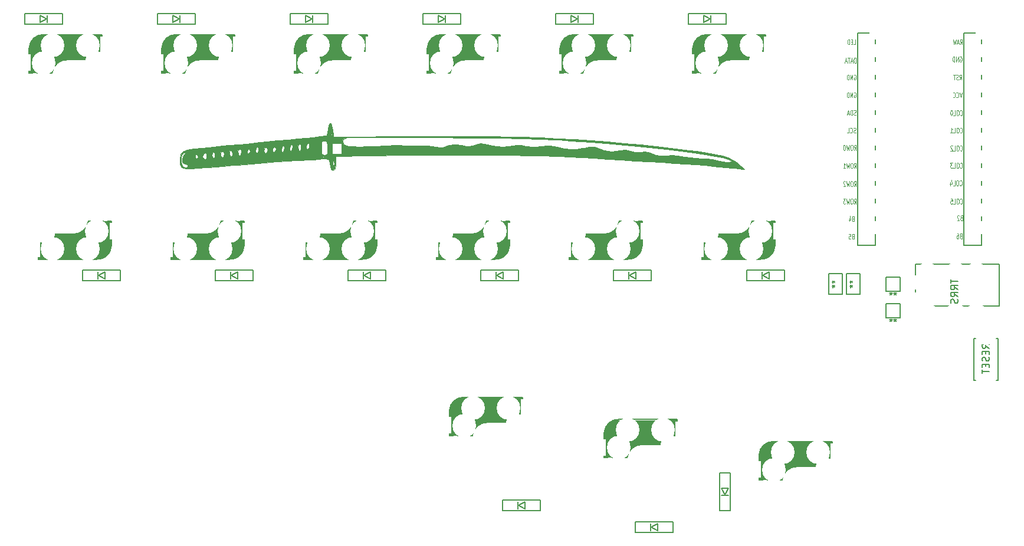
<source format=gbr>
G04 #@! TF.GenerationSoftware,KiCad,Pcbnew,5.0.2+dfsg1-1~bpo9+1*
G04 #@! TF.CreationDate,2019-02-28T23:48:51+09:00*
G04 #@! TF.ProjectId,iai,6961692e-6b69-4636-9164-5f7063625858,rev?*
G04 #@! TF.SameCoordinates,Original*
G04 #@! TF.FileFunction,Legend,Bot*
G04 #@! TF.FilePolarity,Positive*
%FSLAX46Y46*%
G04 Gerber Fmt 4.6, Leading zero omitted, Abs format (unit mm)*
G04 Created by KiCad (PCBNEW 5.0.2+dfsg1-1~bpo9+1) date 2019年02月28日 23時48分51秒*
%MOMM*%
%LPD*%
G01*
G04 APERTURE LIST*
%ADD10C,0.150000*%
%ADD11C,0.300000*%
%ADD12C,0.800000*%
%ADD13C,3.000000*%
%ADD14C,0.500000*%
%ADD15C,1.000000*%
%ADD16C,3.500000*%
%ADD17C,0.400000*%
%ADD18C,0.010000*%
%ADD19C,0.125000*%
%ADD20C,1.600000*%
%ADD21O,2.900000X2.100000*%
%ADD22R,1.700000X1.350000*%
%ADD23R,1.797000X1.797000*%
%ADD24C,1.797000*%
%ADD25R,1.350000X1.700000*%
%ADD26R,1.924000X1.924000*%
%ADD27C,2.400000*%
%ADD28R,2.700000X2.400000*%
%ADD29C,2.200000*%
%ADD30C,4.400000*%
%ADD31C,3.400000*%
%ADD32C,1.924000*%
%ADD33C,5.400000*%
%ADD34C,2.600000*%
G04 APERTURE END LIST*
D10*
G04 #@! TO.C,J1*
X208980000Y-96850000D02*
X220980000Y-96850000D01*
X208980000Y-102850000D02*
X208980000Y-96850000D01*
X220980000Y-102850000D02*
X208980000Y-102850000D01*
X220980000Y-96850000D02*
X220980000Y-102850000D01*
G04 #@! TO.C,D1*
X84220000Y-61595000D02*
X83320000Y-62095000D01*
X83320000Y-62095000D02*
X83320000Y-61095000D01*
X83320000Y-61095000D02*
X84220000Y-61595000D01*
X84320000Y-62095000D02*
X84320000Y-61095000D01*
X81120000Y-62345000D02*
X86520000Y-62345000D01*
X86520000Y-62345000D02*
X86520000Y-60845000D01*
X86520000Y-60845000D02*
X81120000Y-60845000D01*
X81120000Y-60845000D02*
X81120000Y-62345000D01*
G04 #@! TO.C,D2*
X91675000Y-98425000D02*
X92575000Y-97925000D01*
X92575000Y-97925000D02*
X92575000Y-98925000D01*
X92575000Y-98925000D02*
X91675000Y-98425000D01*
X91575000Y-97925000D02*
X91575000Y-98925000D01*
X94775000Y-97675000D02*
X89375000Y-97675000D01*
X89375000Y-97675000D02*
X89375000Y-99175000D01*
X89375000Y-99175000D02*
X94775000Y-99175000D01*
X94775000Y-99175000D02*
X94775000Y-97675000D01*
G04 #@! TO.C,D3*
X103270000Y-61595000D02*
X102370000Y-62095000D01*
X102370000Y-62095000D02*
X102370000Y-61095000D01*
X102370000Y-61095000D02*
X103270000Y-61595000D01*
X103370000Y-62095000D02*
X103370000Y-61095000D01*
X100170000Y-62345000D02*
X105570000Y-62345000D01*
X105570000Y-62345000D02*
X105570000Y-60845000D01*
X105570000Y-60845000D02*
X100170000Y-60845000D01*
X100170000Y-60845000D02*
X100170000Y-62345000D01*
G04 #@! TO.C,D4*
X110725000Y-98425000D02*
X111625000Y-97925000D01*
X111625000Y-97925000D02*
X111625000Y-98925000D01*
X111625000Y-98925000D02*
X110725000Y-98425000D01*
X110625000Y-97925000D02*
X110625000Y-98925000D01*
X113825000Y-97675000D02*
X108425000Y-97675000D01*
X108425000Y-97675000D02*
X108425000Y-99175000D01*
X108425000Y-99175000D02*
X113825000Y-99175000D01*
X113825000Y-99175000D02*
X113825000Y-97675000D01*
G04 #@! TO.C,D5*
X119220000Y-60845000D02*
X119220000Y-62345000D01*
X124620000Y-60845000D02*
X119220000Y-60845000D01*
X124620000Y-62345000D02*
X124620000Y-60845000D01*
X119220000Y-62345000D02*
X124620000Y-62345000D01*
X122420000Y-62095000D02*
X122420000Y-61095000D01*
X121420000Y-61095000D02*
X122320000Y-61595000D01*
X121420000Y-62095000D02*
X121420000Y-61095000D01*
X122320000Y-61595000D02*
X121420000Y-62095000D01*
G04 #@! TO.C,D6*
X132875000Y-99175000D02*
X132875000Y-97675000D01*
X127475000Y-99175000D02*
X132875000Y-99175000D01*
X127475000Y-97675000D02*
X127475000Y-99175000D01*
X132875000Y-97675000D02*
X127475000Y-97675000D01*
X129675000Y-97925000D02*
X129675000Y-98925000D01*
X130675000Y-98925000D02*
X129775000Y-98425000D01*
X130675000Y-97925000D02*
X130675000Y-98925000D01*
X129775000Y-98425000D02*
X130675000Y-97925000D01*
G04 #@! TO.C,D7*
X141370000Y-61595000D02*
X140470000Y-62095000D01*
X140470000Y-62095000D02*
X140470000Y-61095000D01*
X140470000Y-61095000D02*
X141370000Y-61595000D01*
X141470000Y-62095000D02*
X141470000Y-61095000D01*
X138270000Y-62345000D02*
X143670000Y-62345000D01*
X143670000Y-62345000D02*
X143670000Y-60845000D01*
X143670000Y-60845000D02*
X138270000Y-60845000D01*
X138270000Y-60845000D02*
X138270000Y-62345000D01*
G04 #@! TO.C,D8*
X148825000Y-98425000D02*
X149725000Y-97925000D01*
X149725000Y-97925000D02*
X149725000Y-98925000D01*
X149725000Y-98925000D02*
X148825000Y-98425000D01*
X148725000Y-97925000D02*
X148725000Y-98925000D01*
X151925000Y-97675000D02*
X146525000Y-97675000D01*
X146525000Y-97675000D02*
X146525000Y-99175000D01*
X146525000Y-99175000D02*
X151925000Y-99175000D01*
X151925000Y-99175000D02*
X151925000Y-97675000D01*
G04 #@! TO.C,D9*
X155100000Y-132195000D02*
X155100000Y-130695000D01*
X149700000Y-132195000D02*
X155100000Y-132195000D01*
X149700000Y-130695000D02*
X149700000Y-132195000D01*
X155100000Y-130695000D02*
X149700000Y-130695000D01*
X151900000Y-130945000D02*
X151900000Y-131945000D01*
X152900000Y-131945000D02*
X152000000Y-131445000D01*
X152900000Y-130945000D02*
X152900000Y-131945000D01*
X152000000Y-131445000D02*
X152900000Y-130945000D01*
G04 #@! TO.C,D10*
X157320000Y-60845000D02*
X157320000Y-62345000D01*
X162720000Y-60845000D02*
X157320000Y-60845000D01*
X162720000Y-62345000D02*
X162720000Y-60845000D01*
X157320000Y-62345000D02*
X162720000Y-62345000D01*
X160520000Y-62095000D02*
X160520000Y-61095000D01*
X159520000Y-61095000D02*
X160420000Y-61595000D01*
X159520000Y-62095000D02*
X159520000Y-61095000D01*
X160420000Y-61595000D02*
X159520000Y-62095000D01*
G04 #@! TO.C,D11*
X170975000Y-99175000D02*
X170975000Y-97675000D01*
X165575000Y-99175000D02*
X170975000Y-99175000D01*
X165575000Y-97675000D02*
X165575000Y-99175000D01*
X170975000Y-97675000D02*
X165575000Y-97675000D01*
X167775000Y-97925000D02*
X167775000Y-98925000D01*
X168775000Y-98925000D02*
X167875000Y-98425000D01*
X168775000Y-97925000D02*
X168775000Y-98925000D01*
X167875000Y-98425000D02*
X168775000Y-97925000D01*
G04 #@! TO.C,D12*
X171050000Y-134620000D02*
X171950000Y-134120000D01*
X171950000Y-134120000D02*
X171950000Y-135120000D01*
X171950000Y-135120000D02*
X171050000Y-134620000D01*
X170950000Y-134120000D02*
X170950000Y-135120000D01*
X174150000Y-133870000D02*
X168750000Y-133870000D01*
X168750000Y-133870000D02*
X168750000Y-135370000D01*
X168750000Y-135370000D02*
X174150000Y-135370000D01*
X174150000Y-135370000D02*
X174150000Y-133870000D01*
G04 #@! TO.C,D13*
X179470000Y-61595000D02*
X178570000Y-62095000D01*
X178570000Y-62095000D02*
X178570000Y-61095000D01*
X178570000Y-61095000D02*
X179470000Y-61595000D01*
X179570000Y-62095000D02*
X179570000Y-61095000D01*
X176370000Y-62345000D02*
X181770000Y-62345000D01*
X181770000Y-62345000D02*
X181770000Y-60845000D01*
X181770000Y-60845000D02*
X176370000Y-60845000D01*
X176370000Y-60845000D02*
X176370000Y-62345000D01*
G04 #@! TO.C,D14*
X187055000Y-98425000D02*
X187955000Y-97925000D01*
X187955000Y-97925000D02*
X187955000Y-98925000D01*
X187955000Y-98925000D02*
X187055000Y-98425000D01*
X186955000Y-97925000D02*
X186955000Y-98925000D01*
X190155000Y-97675000D02*
X184755000Y-97675000D01*
X184755000Y-97675000D02*
X184755000Y-99175000D01*
X184755000Y-99175000D02*
X190155000Y-99175000D01*
X190155000Y-99175000D02*
X190155000Y-97675000D01*
G04 #@! TO.C,D15*
X182360000Y-126840000D02*
X180860000Y-126840000D01*
X182360000Y-132240000D02*
X182360000Y-126840000D01*
X180860000Y-132240000D02*
X182360000Y-132240000D01*
X180860000Y-126840000D02*
X180860000Y-132240000D01*
X181110000Y-130040000D02*
X182110000Y-130040000D01*
X182110000Y-129040000D02*
X181610000Y-129940000D01*
X181110000Y-129040000D02*
X182110000Y-129040000D01*
X181610000Y-129940000D02*
X181110000Y-129040000D01*
G04 #@! TO.C,J2*
X204740000Y-100695000D02*
X204740000Y-98695000D01*
X206740000Y-100695000D02*
X204740000Y-100695000D01*
X206740000Y-98695000D02*
X206740000Y-100695000D01*
X204740000Y-98695000D02*
X206740000Y-98695000D01*
G04 #@! TO.C,J3*
X204740000Y-102505000D02*
X206740000Y-102505000D01*
X206740000Y-102505000D02*
X206740000Y-104505000D01*
X206740000Y-104505000D02*
X204740000Y-104505000D01*
X204740000Y-104505000D02*
X204740000Y-102505000D01*
G04 #@! TO.C,R1*
X196485000Y-101195000D02*
X196485000Y-98195000D01*
X196485000Y-98195000D02*
X198485000Y-98195000D01*
X198485000Y-98195000D02*
X198485000Y-101195000D01*
X198485000Y-101195000D02*
X196485000Y-101195000D01*
G04 #@! TO.C,R2*
X201025000Y-101195000D02*
X199025000Y-101195000D01*
X201025000Y-98195000D02*
X201025000Y-101195000D01*
X199025000Y-98195000D02*
X201025000Y-98195000D01*
X199025000Y-101195000D02*
X199025000Y-98195000D01*
G04 #@! TO.C,SW1*
X220575000Y-107490000D02*
X220825000Y-107490000D01*
X220825000Y-107490000D02*
X220825000Y-113490000D01*
X220825000Y-113490000D02*
X220575000Y-113490000D01*
X217575000Y-113490000D02*
X217325000Y-113490000D01*
X217325000Y-113490000D02*
X217325000Y-107490000D01*
X217325000Y-107490000D02*
X217575000Y-107490000D01*
D11*
G04 #@! TO.C,SW2*
X81830000Y-66684999D02*
X81830000Y-65785000D01*
D12*
X82330000Y-68885000D02*
X82330000Y-67085001D01*
D13*
X83460000Y-65385000D02*
X83460000Y-67625000D01*
D14*
X91930000Y-67185000D02*
X90530000Y-67185000D01*
D15*
X91530000Y-64485000D02*
X91530000Y-66985000D01*
D16*
X90230000Y-65685000D02*
X83530000Y-65685000D01*
D10*
X92230000Y-67485000D02*
X92230000Y-66485000D01*
X92230000Y-66485000D02*
X92030000Y-66485000D01*
X92010000Y-66485000D02*
X92010000Y-64235000D01*
X92030000Y-64235000D02*
X92230000Y-64235000D01*
X81730000Y-66785000D02*
X81930000Y-66785000D01*
X81960000Y-66785000D02*
X81960000Y-69025000D01*
X81930000Y-69025000D02*
X81730000Y-69025000D01*
X81730000Y-69385000D02*
X81730000Y-69025000D01*
X81730000Y-65785000D02*
X81730000Y-66785000D01*
X81730000Y-69385000D02*
X85010000Y-69385000D01*
X87230000Y-67485000D02*
X92230000Y-67485000D01*
X92230000Y-63885000D02*
X83829999Y-63885000D01*
X85013682Y-69363529D02*
G75*
G02X87230000Y-67485000I2151318J-291471D01*
G01*
X81730000Y-65785001D02*
G75*
G02X83829999Y-63885000I2000000J-99999D01*
G01*
X92230000Y-64235000D02*
X92230000Y-63885000D01*
D15*
X84613682Y-68963529D02*
G75*
G02X86830000Y-67085000I2151318J-291471D01*
G01*
D14*
X81930000Y-69185000D02*
X84630000Y-69185000D01*
D17*
X92030000Y-64085000D02*
X90630000Y-64085000D01*
X92030000Y-66585000D02*
X92030000Y-67285000D01*
D11*
G04 #@! TO.C,SW3*
X93430000Y-93335001D02*
X93430000Y-94235000D01*
D12*
X92930000Y-91135000D02*
X92930000Y-92934999D01*
D13*
X91800000Y-94635000D02*
X91800000Y-92395000D01*
D14*
X83330000Y-92835000D02*
X84730000Y-92835000D01*
D15*
X83730000Y-95535000D02*
X83730000Y-93035000D01*
D16*
X85030000Y-94335000D02*
X91730000Y-94335000D01*
D10*
X83030000Y-92535000D02*
X83030000Y-93535000D01*
X83030000Y-93535000D02*
X83230000Y-93535000D01*
X83250000Y-93535000D02*
X83250000Y-95785000D01*
X83230000Y-95785000D02*
X83030000Y-95785000D01*
X93530000Y-93235000D02*
X93330000Y-93235000D01*
X93300000Y-93235000D02*
X93300000Y-90995000D01*
X93330000Y-90995000D02*
X93530000Y-90995000D01*
X93530000Y-90635000D02*
X93530000Y-90995000D01*
X93530000Y-94235000D02*
X93530000Y-93235000D01*
X93530000Y-90635000D02*
X90250000Y-90635000D01*
X88030000Y-92535000D02*
X83030000Y-92535000D01*
X83030000Y-96135000D02*
X91430001Y-96135000D01*
X90246318Y-90656471D02*
G75*
G02X88030000Y-92535000I-2151318J291471D01*
G01*
X93530000Y-94234999D02*
G75*
G02X91430001Y-96135000I-2000000J99999D01*
G01*
X83030000Y-95785000D02*
X83030000Y-96135000D01*
D15*
X90646318Y-91056471D02*
G75*
G02X88430000Y-92935000I-2151318J291471D01*
G01*
D14*
X93330000Y-90835000D02*
X90630000Y-90835000D01*
D17*
X83230000Y-95935000D02*
X84630000Y-95935000D01*
X83230000Y-93435000D02*
X83230000Y-92735000D01*
G04 #@! TO.C,SW4*
X111080000Y-66585000D02*
X111080000Y-67285000D01*
X111080000Y-64085000D02*
X109680000Y-64085000D01*
D14*
X100980000Y-69185000D02*
X103680000Y-69185000D01*
D15*
X103663682Y-68963529D02*
G75*
G02X105880000Y-67085000I2151318J-291471D01*
G01*
D10*
X111280000Y-64235000D02*
X111280000Y-63885000D01*
X100780000Y-65785001D02*
G75*
G02X102879999Y-63885000I2000000J-99999D01*
G01*
X104063682Y-69363529D02*
G75*
G02X106280000Y-67485000I2151318J-291471D01*
G01*
X111280000Y-63885000D02*
X102879999Y-63885000D01*
X106280000Y-67485000D02*
X111280000Y-67485000D01*
X100780000Y-69385000D02*
X104060000Y-69385000D01*
X100780000Y-65785000D02*
X100780000Y-66785000D01*
X100780000Y-69385000D02*
X100780000Y-69025000D01*
X100980000Y-69025000D02*
X100780000Y-69025000D01*
X101010000Y-66785000D02*
X101010000Y-69025000D01*
X100780000Y-66785000D02*
X100980000Y-66785000D01*
X111080000Y-64235000D02*
X111280000Y-64235000D01*
X111060000Y-66485000D02*
X111060000Y-64235000D01*
X111280000Y-66485000D02*
X111080000Y-66485000D01*
X111280000Y-67485000D02*
X111280000Y-66485000D01*
D16*
X109280000Y-65685000D02*
X102580000Y-65685000D01*
D15*
X110580000Y-64485000D02*
X110580000Y-66985000D01*
D14*
X110980000Y-67185000D02*
X109580000Y-67185000D01*
D13*
X102510000Y-65385000D02*
X102510000Y-67625000D01*
D12*
X101380000Y-68885000D02*
X101380000Y-67085001D01*
D11*
X100880000Y-66684999D02*
X100880000Y-65785000D01*
D17*
G04 #@! TO.C,SW5*
X102280000Y-93435000D02*
X102280000Y-92735000D01*
X102280000Y-95935000D02*
X103680000Y-95935000D01*
D14*
X112380000Y-90835000D02*
X109680000Y-90835000D01*
D15*
X109696318Y-91056471D02*
G75*
G02X107480000Y-92935000I-2151318J291471D01*
G01*
D10*
X102080000Y-95785000D02*
X102080000Y-96135000D01*
X112580000Y-94234999D02*
G75*
G02X110480001Y-96135000I-2000000J99999D01*
G01*
X109296318Y-90656471D02*
G75*
G02X107080000Y-92535000I-2151318J291471D01*
G01*
X102080000Y-96135000D02*
X110480001Y-96135000D01*
X107080000Y-92535000D02*
X102080000Y-92535000D01*
X112580000Y-90635000D02*
X109300000Y-90635000D01*
X112580000Y-94235000D02*
X112580000Y-93235000D01*
X112580000Y-90635000D02*
X112580000Y-90995000D01*
X112380000Y-90995000D02*
X112580000Y-90995000D01*
X112350000Y-93235000D02*
X112350000Y-90995000D01*
X112580000Y-93235000D02*
X112380000Y-93235000D01*
X102280000Y-95785000D02*
X102080000Y-95785000D01*
X102300000Y-93535000D02*
X102300000Y-95785000D01*
X102080000Y-93535000D02*
X102280000Y-93535000D01*
X102080000Y-92535000D02*
X102080000Y-93535000D01*
D16*
X104080000Y-94335000D02*
X110780000Y-94335000D01*
D15*
X102780000Y-95535000D02*
X102780000Y-93035000D01*
D14*
X102380000Y-92835000D02*
X103780000Y-92835000D01*
D13*
X110850000Y-94635000D02*
X110850000Y-92395000D01*
D12*
X111980000Y-91135000D02*
X111980000Y-92934999D01*
D11*
X112480000Y-93335001D02*
X112480000Y-94235000D01*
G04 #@! TO.C,SW6*
X119930000Y-66684999D02*
X119930000Y-65785000D01*
D12*
X120430000Y-68885000D02*
X120430000Y-67085001D01*
D13*
X121560000Y-65385000D02*
X121560000Y-67625000D01*
D14*
X130030000Y-67185000D02*
X128630000Y-67185000D01*
D15*
X129630000Y-64485000D02*
X129630000Y-66985000D01*
D16*
X128330000Y-65685000D02*
X121630000Y-65685000D01*
D10*
X130330000Y-67485000D02*
X130330000Y-66485000D01*
X130330000Y-66485000D02*
X130130000Y-66485000D01*
X130110000Y-66485000D02*
X130110000Y-64235000D01*
X130130000Y-64235000D02*
X130330000Y-64235000D01*
X119830000Y-66785000D02*
X120030000Y-66785000D01*
X120060000Y-66785000D02*
X120060000Y-69025000D01*
X120030000Y-69025000D02*
X119830000Y-69025000D01*
X119830000Y-69385000D02*
X119830000Y-69025000D01*
X119830000Y-65785000D02*
X119830000Y-66785000D01*
X119830000Y-69385000D02*
X123110000Y-69385000D01*
X125330000Y-67485000D02*
X130330000Y-67485000D01*
X130330000Y-63885000D02*
X121929999Y-63885000D01*
X123113682Y-69363529D02*
G75*
G02X125330000Y-67485000I2151318J-291471D01*
G01*
X119830000Y-65785001D02*
G75*
G02X121929999Y-63885000I2000000J-99999D01*
G01*
X130330000Y-64235000D02*
X130330000Y-63885000D01*
D15*
X122713682Y-68963529D02*
G75*
G02X124930000Y-67085000I2151318J-291471D01*
G01*
D14*
X120030000Y-69185000D02*
X122730000Y-69185000D01*
D17*
X130130000Y-64085000D02*
X128730000Y-64085000D01*
X130130000Y-66585000D02*
X130130000Y-67285000D01*
D11*
G04 #@! TO.C,SW7*
X131530000Y-93335001D02*
X131530000Y-94235000D01*
D12*
X131030000Y-91135000D02*
X131030000Y-92934999D01*
D13*
X129900000Y-94635000D02*
X129900000Y-92395000D01*
D14*
X121430000Y-92835000D02*
X122830000Y-92835000D01*
D15*
X121830000Y-95535000D02*
X121830000Y-93035000D01*
D16*
X123130000Y-94335000D02*
X129830000Y-94335000D01*
D10*
X121130000Y-92535000D02*
X121130000Y-93535000D01*
X121130000Y-93535000D02*
X121330000Y-93535000D01*
X121350000Y-93535000D02*
X121350000Y-95785000D01*
X121330000Y-95785000D02*
X121130000Y-95785000D01*
X131630000Y-93235000D02*
X131430000Y-93235000D01*
X131400000Y-93235000D02*
X131400000Y-90995000D01*
X131430000Y-90995000D02*
X131630000Y-90995000D01*
X131630000Y-90635000D02*
X131630000Y-90995000D01*
X131630000Y-94235000D02*
X131630000Y-93235000D01*
X131630000Y-90635000D02*
X128350000Y-90635000D01*
X126130000Y-92535000D02*
X121130000Y-92535000D01*
X121130000Y-96135000D02*
X129530001Y-96135000D01*
X128346318Y-90656471D02*
G75*
G02X126130000Y-92535000I-2151318J291471D01*
G01*
X131630000Y-94234999D02*
G75*
G02X129530001Y-96135000I-2000000J99999D01*
G01*
X121130000Y-95785000D02*
X121130000Y-96135000D01*
D15*
X128746318Y-91056471D02*
G75*
G02X126530000Y-92935000I-2151318J291471D01*
G01*
D14*
X131430000Y-90835000D02*
X128730000Y-90835000D01*
D17*
X121330000Y-95935000D02*
X122730000Y-95935000D01*
X121330000Y-93435000D02*
X121330000Y-92735000D01*
G04 #@! TO.C,SW8*
X149180000Y-66585000D02*
X149180000Y-67285000D01*
X149180000Y-64085000D02*
X147780000Y-64085000D01*
D14*
X139080000Y-69185000D02*
X141780000Y-69185000D01*
D15*
X141763682Y-68963529D02*
G75*
G02X143980000Y-67085000I2151318J-291471D01*
G01*
D10*
X149380000Y-64235000D02*
X149380000Y-63885000D01*
X138880000Y-65785001D02*
G75*
G02X140979999Y-63885000I2000000J-99999D01*
G01*
X142163682Y-69363529D02*
G75*
G02X144380000Y-67485000I2151318J-291471D01*
G01*
X149380000Y-63885000D02*
X140979999Y-63885000D01*
X144380000Y-67485000D02*
X149380000Y-67485000D01*
X138880000Y-69385000D02*
X142160000Y-69385000D01*
X138880000Y-65785000D02*
X138880000Y-66785000D01*
X138880000Y-69385000D02*
X138880000Y-69025000D01*
X139080000Y-69025000D02*
X138880000Y-69025000D01*
X139110000Y-66785000D02*
X139110000Y-69025000D01*
X138880000Y-66785000D02*
X139080000Y-66785000D01*
X149180000Y-64235000D02*
X149380000Y-64235000D01*
X149160000Y-66485000D02*
X149160000Y-64235000D01*
X149380000Y-66485000D02*
X149180000Y-66485000D01*
X149380000Y-67485000D02*
X149380000Y-66485000D01*
D16*
X147380000Y-65685000D02*
X140680000Y-65685000D01*
D15*
X148680000Y-64485000D02*
X148680000Y-66985000D01*
D14*
X149080000Y-67185000D02*
X147680000Y-67185000D01*
D13*
X140610000Y-65385000D02*
X140610000Y-67625000D01*
D12*
X139480000Y-68885000D02*
X139480000Y-67085001D01*
D11*
X138980000Y-66684999D02*
X138980000Y-65785000D01*
D17*
G04 #@! TO.C,SW9*
X140380000Y-93435000D02*
X140380000Y-92735000D01*
X140380000Y-95935000D02*
X141780000Y-95935000D01*
D14*
X150480000Y-90835000D02*
X147780000Y-90835000D01*
D15*
X147796318Y-91056471D02*
G75*
G02X145580000Y-92935000I-2151318J291471D01*
G01*
D10*
X140180000Y-95785000D02*
X140180000Y-96135000D01*
X150680000Y-94234999D02*
G75*
G02X148580001Y-96135000I-2000000J99999D01*
G01*
X147396318Y-90656471D02*
G75*
G02X145180000Y-92535000I-2151318J291471D01*
G01*
X140180000Y-96135000D02*
X148580001Y-96135000D01*
X145180000Y-92535000D02*
X140180000Y-92535000D01*
X150680000Y-90635000D02*
X147400000Y-90635000D01*
X150680000Y-94235000D02*
X150680000Y-93235000D01*
X150680000Y-90635000D02*
X150680000Y-90995000D01*
X150480000Y-90995000D02*
X150680000Y-90995000D01*
X150450000Y-93235000D02*
X150450000Y-90995000D01*
X150680000Y-93235000D02*
X150480000Y-93235000D01*
X140380000Y-95785000D02*
X140180000Y-95785000D01*
X140400000Y-93535000D02*
X140400000Y-95785000D01*
X140180000Y-93535000D02*
X140380000Y-93535000D01*
X140180000Y-92535000D02*
X140180000Y-93535000D01*
D16*
X142180000Y-94335000D02*
X148880000Y-94335000D01*
D15*
X140880000Y-95535000D02*
X140880000Y-93035000D01*
D14*
X140480000Y-92835000D02*
X141880000Y-92835000D01*
D13*
X148950000Y-94635000D02*
X148950000Y-92395000D01*
D12*
X150080000Y-91135000D02*
X150080000Y-92934999D01*
D11*
X150580000Y-93335001D02*
X150580000Y-94235000D01*
G04 #@! TO.C,SW10*
X142155000Y-118754999D02*
X142155000Y-117855000D01*
D12*
X142655000Y-120955000D02*
X142655000Y-119155001D01*
D13*
X143785000Y-117455000D02*
X143785000Y-119695000D01*
D14*
X152255000Y-119255000D02*
X150855000Y-119255000D01*
D15*
X151855000Y-116555000D02*
X151855000Y-119055000D01*
D16*
X150555000Y-117755000D02*
X143855000Y-117755000D01*
D10*
X152555000Y-119555000D02*
X152555000Y-118555000D01*
X152555000Y-118555000D02*
X152355000Y-118555000D01*
X152335000Y-118555000D02*
X152335000Y-116305000D01*
X152355000Y-116305000D02*
X152555000Y-116305000D01*
X142055000Y-118855000D02*
X142255000Y-118855000D01*
X142285000Y-118855000D02*
X142285000Y-121095000D01*
X142255000Y-121095000D02*
X142055000Y-121095000D01*
X142055000Y-121455000D02*
X142055000Y-121095000D01*
X142055000Y-117855000D02*
X142055000Y-118855000D01*
X142055000Y-121455000D02*
X145335000Y-121455000D01*
X147555000Y-119555000D02*
X152555000Y-119555000D01*
X152555000Y-115955000D02*
X144154999Y-115955000D01*
X145338682Y-121433529D02*
G75*
G02X147555000Y-119555000I2151318J-291471D01*
G01*
X142055000Y-117855001D02*
G75*
G02X144154999Y-115955000I2000000J-99999D01*
G01*
X152555000Y-116305000D02*
X152555000Y-115955000D01*
D15*
X144938682Y-121033529D02*
G75*
G02X147155000Y-119155000I2151318J-291471D01*
G01*
D14*
X142255000Y-121255000D02*
X144955000Y-121255000D01*
D17*
X152355000Y-116155000D02*
X150955000Y-116155000D01*
X152355000Y-118655000D02*
X152355000Y-119355000D01*
D11*
G04 #@! TO.C,SW11*
X158030000Y-66684999D02*
X158030000Y-65785000D01*
D12*
X158530000Y-68885000D02*
X158530000Y-67085001D01*
D13*
X159660000Y-65385000D02*
X159660000Y-67625000D01*
D14*
X168130000Y-67185000D02*
X166730000Y-67185000D01*
D15*
X167730000Y-64485000D02*
X167730000Y-66985000D01*
D16*
X166430000Y-65685000D02*
X159730000Y-65685000D01*
D10*
X168430000Y-67485000D02*
X168430000Y-66485000D01*
X168430000Y-66485000D02*
X168230000Y-66485000D01*
X168210000Y-66485000D02*
X168210000Y-64235000D01*
X168230000Y-64235000D02*
X168430000Y-64235000D01*
X157930000Y-66785000D02*
X158130000Y-66785000D01*
X158160000Y-66785000D02*
X158160000Y-69025000D01*
X158130000Y-69025000D02*
X157930000Y-69025000D01*
X157930000Y-69385000D02*
X157930000Y-69025000D01*
X157930000Y-65785000D02*
X157930000Y-66785000D01*
X157930000Y-69385000D02*
X161210000Y-69385000D01*
X163430000Y-67485000D02*
X168430000Y-67485000D01*
X168430000Y-63885000D02*
X160029999Y-63885000D01*
X161213682Y-69363529D02*
G75*
G02X163430000Y-67485000I2151318J-291471D01*
G01*
X157930000Y-65785001D02*
G75*
G02X160029999Y-63885000I2000000J-99999D01*
G01*
X168430000Y-64235000D02*
X168430000Y-63885000D01*
D15*
X160813682Y-68963529D02*
G75*
G02X163030000Y-67085000I2151318J-291471D01*
G01*
D14*
X158130000Y-69185000D02*
X160830000Y-69185000D01*
D17*
X168230000Y-64085000D02*
X166830000Y-64085000D01*
X168230000Y-66585000D02*
X168230000Y-67285000D01*
D11*
G04 #@! TO.C,SW12*
X169630000Y-93335001D02*
X169630000Y-94235000D01*
D12*
X169130000Y-91135000D02*
X169130000Y-92934999D01*
D13*
X168000000Y-94635000D02*
X168000000Y-92395000D01*
D14*
X159530000Y-92835000D02*
X160930000Y-92835000D01*
D15*
X159930000Y-95535000D02*
X159930000Y-93035000D01*
D16*
X161230000Y-94335000D02*
X167930000Y-94335000D01*
D10*
X159230000Y-92535000D02*
X159230000Y-93535000D01*
X159230000Y-93535000D02*
X159430000Y-93535000D01*
X159450000Y-93535000D02*
X159450000Y-95785000D01*
X159430000Y-95785000D02*
X159230000Y-95785000D01*
X169730000Y-93235000D02*
X169530000Y-93235000D01*
X169500000Y-93235000D02*
X169500000Y-90995000D01*
X169530000Y-90995000D02*
X169730000Y-90995000D01*
X169730000Y-90635000D02*
X169730000Y-90995000D01*
X169730000Y-94235000D02*
X169730000Y-93235000D01*
X169730000Y-90635000D02*
X166450000Y-90635000D01*
X164230000Y-92535000D02*
X159230000Y-92535000D01*
X159230000Y-96135000D02*
X167630001Y-96135000D01*
X166446318Y-90656471D02*
G75*
G02X164230000Y-92535000I-2151318J291471D01*
G01*
X169730000Y-94234999D02*
G75*
G02X167630001Y-96135000I-2000000J99999D01*
G01*
X159230000Y-95785000D02*
X159230000Y-96135000D01*
D15*
X166846318Y-91056471D02*
G75*
G02X164630000Y-92935000I-2151318J291471D01*
G01*
D14*
X169530000Y-90835000D02*
X166830000Y-90835000D01*
D17*
X159430000Y-95935000D02*
X160830000Y-95935000D01*
X159430000Y-93435000D02*
X159430000Y-92735000D01*
G04 #@! TO.C,SW13*
X174580000Y-121830000D02*
X174580000Y-122530000D01*
X174580000Y-119330000D02*
X173180000Y-119330000D01*
D14*
X164480000Y-124430000D02*
X167180000Y-124430000D01*
D15*
X167163682Y-124208529D02*
G75*
G02X169380000Y-122330000I2151318J-291471D01*
G01*
D10*
X174780000Y-119480000D02*
X174780000Y-119130000D01*
X164280000Y-121030001D02*
G75*
G02X166379999Y-119130000I2000000J-99999D01*
G01*
X167563682Y-124608529D02*
G75*
G02X169780000Y-122730000I2151318J-291471D01*
G01*
X174780000Y-119130000D02*
X166379999Y-119130000D01*
X169780000Y-122730000D02*
X174780000Y-122730000D01*
X164280000Y-124630000D02*
X167560000Y-124630000D01*
X164280000Y-121030000D02*
X164280000Y-122030000D01*
X164280000Y-124630000D02*
X164280000Y-124270000D01*
X164480000Y-124270000D02*
X164280000Y-124270000D01*
X164510000Y-122030000D02*
X164510000Y-124270000D01*
X164280000Y-122030000D02*
X164480000Y-122030000D01*
X174580000Y-119480000D02*
X174780000Y-119480000D01*
X174560000Y-121730000D02*
X174560000Y-119480000D01*
X174780000Y-121730000D02*
X174580000Y-121730000D01*
X174780000Y-122730000D02*
X174780000Y-121730000D01*
D16*
X172780000Y-120930000D02*
X166080000Y-120930000D01*
D15*
X174080000Y-119730000D02*
X174080000Y-122230000D01*
D14*
X174480000Y-122430000D02*
X173080000Y-122430000D01*
D13*
X166010000Y-120630000D02*
X166010000Y-122870000D01*
D12*
X164880000Y-124130000D02*
X164880000Y-122330001D01*
D11*
X164380000Y-121929999D02*
X164380000Y-121030000D01*
D17*
G04 #@! TO.C,SW14*
X187280000Y-66585000D02*
X187280000Y-67285000D01*
X187280000Y-64085000D02*
X185880000Y-64085000D01*
D14*
X177180000Y-69185000D02*
X179880000Y-69185000D01*
D15*
X179863682Y-68963529D02*
G75*
G02X182080000Y-67085000I2151318J-291471D01*
G01*
D10*
X187480000Y-64235000D02*
X187480000Y-63885000D01*
X176980000Y-65785001D02*
G75*
G02X179079999Y-63885000I2000000J-99999D01*
G01*
X180263682Y-69363529D02*
G75*
G02X182480000Y-67485000I2151318J-291471D01*
G01*
X187480000Y-63885000D02*
X179079999Y-63885000D01*
X182480000Y-67485000D02*
X187480000Y-67485000D01*
X176980000Y-69385000D02*
X180260000Y-69385000D01*
X176980000Y-65785000D02*
X176980000Y-66785000D01*
X176980000Y-69385000D02*
X176980000Y-69025000D01*
X177180000Y-69025000D02*
X176980000Y-69025000D01*
X177210000Y-66785000D02*
X177210000Y-69025000D01*
X176980000Y-66785000D02*
X177180000Y-66785000D01*
X187280000Y-64235000D02*
X187480000Y-64235000D01*
X187260000Y-66485000D02*
X187260000Y-64235000D01*
X187480000Y-66485000D02*
X187280000Y-66485000D01*
X187480000Y-67485000D02*
X187480000Y-66485000D01*
D16*
X185480000Y-65685000D02*
X178780000Y-65685000D01*
D15*
X186780000Y-64485000D02*
X186780000Y-66985000D01*
D14*
X187180000Y-67185000D02*
X185780000Y-67185000D01*
D13*
X178710000Y-65385000D02*
X178710000Y-67625000D01*
D12*
X177580000Y-68885000D02*
X177580000Y-67085001D01*
D11*
X177080000Y-66684999D02*
X177080000Y-65785000D01*
D17*
G04 #@! TO.C,SW15*
X178480000Y-93435000D02*
X178480000Y-92735000D01*
X178480000Y-95935000D02*
X179880000Y-95935000D01*
D14*
X188580000Y-90835000D02*
X185880000Y-90835000D01*
D15*
X185896318Y-91056471D02*
G75*
G02X183680000Y-92935000I-2151318J291471D01*
G01*
D10*
X178280000Y-95785000D02*
X178280000Y-96135000D01*
X188780000Y-94234999D02*
G75*
G02X186680001Y-96135000I-2000000J99999D01*
G01*
X185496318Y-90656471D02*
G75*
G02X183280000Y-92535000I-2151318J291471D01*
G01*
X178280000Y-96135000D02*
X186680001Y-96135000D01*
X183280000Y-92535000D02*
X178280000Y-92535000D01*
X188780000Y-90635000D02*
X185500000Y-90635000D01*
X188780000Y-94235000D02*
X188780000Y-93235000D01*
X188780000Y-90635000D02*
X188780000Y-90995000D01*
X188580000Y-90995000D02*
X188780000Y-90995000D01*
X188550000Y-93235000D02*
X188550000Y-90995000D01*
X188780000Y-93235000D02*
X188580000Y-93235000D01*
X178480000Y-95785000D02*
X178280000Y-95785000D01*
X178500000Y-93535000D02*
X178500000Y-95785000D01*
X178280000Y-93535000D02*
X178480000Y-93535000D01*
X178280000Y-92535000D02*
X178280000Y-93535000D01*
D16*
X180280000Y-94335000D02*
X186980000Y-94335000D01*
D15*
X178980000Y-95535000D02*
X178980000Y-93035000D01*
D14*
X178580000Y-92835000D02*
X179980000Y-92835000D01*
D13*
X187050000Y-94635000D02*
X187050000Y-92395000D01*
D12*
X188180000Y-91135000D02*
X188180000Y-92934999D01*
D11*
X188680000Y-93335001D02*
X188680000Y-94235000D01*
D17*
G04 #@! TO.C,SW16*
X196805000Y-125005000D02*
X196805000Y-125705000D01*
X196805000Y-122505000D02*
X195405000Y-122505000D01*
D14*
X186705000Y-127605000D02*
X189405000Y-127605000D01*
D15*
X189388682Y-127383529D02*
G75*
G02X191605000Y-125505000I2151318J-291471D01*
G01*
D10*
X197005000Y-122655000D02*
X197005000Y-122305000D01*
X186505000Y-124205001D02*
G75*
G02X188604999Y-122305000I2000000J-99999D01*
G01*
X189788682Y-127783529D02*
G75*
G02X192005000Y-125905000I2151318J-291471D01*
G01*
X197005000Y-122305000D02*
X188604999Y-122305000D01*
X192005000Y-125905000D02*
X197005000Y-125905000D01*
X186505000Y-127805000D02*
X189785000Y-127805000D01*
X186505000Y-124205000D02*
X186505000Y-125205000D01*
X186505000Y-127805000D02*
X186505000Y-127445000D01*
X186705000Y-127445000D02*
X186505000Y-127445000D01*
X186735000Y-125205000D02*
X186735000Y-127445000D01*
X186505000Y-125205000D02*
X186705000Y-125205000D01*
X196805000Y-122655000D02*
X197005000Y-122655000D01*
X196785000Y-124905000D02*
X196785000Y-122655000D01*
X197005000Y-124905000D02*
X196805000Y-124905000D01*
X197005000Y-125905000D02*
X197005000Y-124905000D01*
D16*
X195005000Y-124105000D02*
X188305000Y-124105000D01*
D15*
X196305000Y-122905000D02*
X196305000Y-125405000D01*
D14*
X196705000Y-125605000D02*
X195305000Y-125605000D01*
D13*
X188235000Y-123805000D02*
X188235000Y-126045000D01*
D12*
X187105000Y-127305000D02*
X187105000Y-125505001D01*
D11*
X186605000Y-125104999D02*
X186605000Y-124205000D01*
D10*
G04 #@! TO.C,U1*
X215900000Y-63627000D02*
X218440000Y-63627000D01*
X218440000Y-63627000D02*
X218440000Y-94107000D01*
X218440000Y-94107000D02*
X215900000Y-94107000D01*
X215900000Y-94107000D02*
X215900000Y-63627000D01*
X200660000Y-63627000D02*
X203200000Y-63627000D01*
X203200000Y-63627000D02*
X203200000Y-94107000D01*
X203200000Y-94107000D02*
X200660000Y-94107000D01*
X200660000Y-94107000D02*
X200660000Y-63627000D01*
D18*
G04 #@! TO.C,G\002A\002A\002A*
G36*
X124836146Y-76607657D02*
X124683104Y-76948588D01*
X124581907Y-77494456D01*
X124467779Y-78407913D01*
X123426723Y-78510735D01*
X123055956Y-78547013D01*
X122384656Y-78612336D01*
X121449382Y-78703160D01*
X120286697Y-78815939D01*
X118933161Y-78947130D01*
X117425336Y-79093187D01*
X115799782Y-79250566D01*
X114093061Y-79415722D01*
X113665000Y-79457132D01*
X111964111Y-79622452D01*
X110351856Y-79780671D01*
X108862281Y-79928345D01*
X107529431Y-80062026D01*
X106387352Y-80178270D01*
X105470088Y-80273631D01*
X104811686Y-80344664D01*
X104446190Y-80387922D01*
X104398868Y-80394947D01*
X103832102Y-80631512D01*
X103481689Y-81115227D01*
X103339737Y-81858308D01*
X103335667Y-82040974D01*
X103349706Y-82439072D01*
X103417979Y-82739450D01*
X103579726Y-82950773D01*
X103874184Y-83081704D01*
X104340590Y-83140905D01*
X105018183Y-83137042D01*
X105946201Y-83078776D01*
X107163880Y-82974772D01*
X107448260Y-82949006D01*
X109526383Y-82763725D01*
X111007614Y-82636841D01*
X104449002Y-82636841D01*
X104448034Y-82827401D01*
X104301528Y-82990394D01*
X104092169Y-82967988D01*
X103832535Y-82840375D01*
X103610566Y-82566049D01*
X103514851Y-82124208D01*
X103534065Y-81622760D01*
X103656880Y-81169610D01*
X103871969Y-80872668D01*
X104045203Y-80814333D01*
X104095662Y-80914734D01*
X103954578Y-81124000D01*
X103763383Y-81463267D01*
X103682362Y-81860493D01*
X103718394Y-82193636D01*
X103878356Y-82340654D01*
X103886000Y-82340926D01*
X104233110Y-82432941D01*
X104449002Y-82636841D01*
X111007614Y-82636841D01*
X111594193Y-82586594D01*
X113602345Y-82421434D01*
X115501492Y-82272067D01*
X117242288Y-82142315D01*
X118775386Y-82035999D01*
X120051440Y-81956941D01*
X120692334Y-81923269D01*
X121617614Y-81875552D01*
X122508981Y-81822763D01*
X123264898Y-81771327D01*
X123783277Y-81727723D01*
X124297607Y-81685590D01*
X124597095Y-81737867D01*
X124760426Y-81953187D01*
X124866286Y-82400183D01*
X124920147Y-82719333D01*
X125071628Y-83178224D01*
X125304764Y-83361040D01*
X125574778Y-83241444D01*
X125639057Y-83020257D01*
X125679943Y-82578016D01*
X125683623Y-82423000D01*
X125518334Y-82423000D01*
X125496040Y-82741621D01*
X125453408Y-82846333D01*
X125377256Y-82702515D01*
X125307556Y-82423000D01*
X125295945Y-82108345D01*
X125372482Y-81999666D01*
X125482163Y-82144713D01*
X125518334Y-82423000D01*
X125683623Y-82423000D01*
X125687667Y-82252675D01*
X125687667Y-81407000D01*
X123994334Y-81407000D01*
X123909667Y-81491666D01*
X123825000Y-81407000D01*
X123909667Y-81322333D01*
X123994334Y-81407000D01*
X125687667Y-81407000D01*
X125687667Y-81376795D01*
X130386667Y-81265226D01*
X132032254Y-81232266D01*
X133894518Y-81205619D01*
X135929160Y-81185188D01*
X138091879Y-81170874D01*
X140338375Y-81162581D01*
X142624347Y-81160211D01*
X144905494Y-81163666D01*
X147137518Y-81172850D01*
X149276116Y-81187665D01*
X151276990Y-81208012D01*
X153095838Y-81233796D01*
X154688360Y-81264919D01*
X156010255Y-81301282D01*
X156591000Y-81322856D01*
X157845784Y-81379496D01*
X159328938Y-81453459D01*
X160998110Y-81542119D01*
X162810948Y-81642848D01*
X164725102Y-81753022D01*
X166698219Y-81870015D01*
X168687948Y-81991201D01*
X170651937Y-82113954D01*
X172547835Y-82235648D01*
X174333290Y-82353657D01*
X175965950Y-82465357D01*
X177403464Y-82568119D01*
X178603481Y-82659320D01*
X179523648Y-82736333D01*
X179789667Y-82761190D01*
X180780285Y-82856584D01*
X181743120Y-82947280D01*
X182584631Y-83024599D01*
X183211276Y-83079865D01*
X183345667Y-83091033D01*
X184361667Y-83173349D01*
X183628052Y-82508788D01*
X183027664Y-82055685D01*
X182966476Y-82020481D01*
X182490534Y-82020481D01*
X182476669Y-82120188D01*
X182215179Y-82166292D01*
X181792097Y-82163221D01*
X181293454Y-82115402D01*
X180805284Y-82027262D01*
X180440882Y-81915000D01*
X179843536Y-81762053D01*
X178974968Y-81676716D01*
X178311763Y-81661000D01*
X177459098Y-81628410D01*
X176588756Y-81542011D01*
X175863254Y-81418858D01*
X175755082Y-81392682D01*
X174867997Y-81228325D01*
X173929962Y-81205021D01*
X173427209Y-81238769D01*
X172700216Y-81285996D01*
X172172245Y-81262552D01*
X171708058Y-81152210D01*
X171266039Y-80979439D01*
X170598055Y-80743557D01*
X170022802Y-80682568D01*
X169641006Y-80719115D01*
X168663531Y-80716680D01*
X168046199Y-80583503D01*
X167252920Y-80427677D01*
X166559492Y-80484892D01*
X166555995Y-80485701D01*
X165348771Y-80636815D01*
X164240522Y-80520923D01*
X163542526Y-80274694D01*
X163184405Y-80108670D01*
X162885379Y-80013778D01*
X162556343Y-79986463D01*
X162108193Y-80023172D01*
X161451824Y-80120350D01*
X161099354Y-80177250D01*
X160313198Y-80298869D01*
X159738254Y-80358833D01*
X159252150Y-80353925D01*
X158732514Y-80280930D01*
X158056972Y-80136635D01*
X157863243Y-80092233D01*
X157069221Y-79921602D01*
X156478607Y-79835803D01*
X155968951Y-79827403D01*
X155417804Y-79888973D01*
X155173130Y-79928979D01*
X154428737Y-80028178D01*
X153832477Y-80022110D01*
X153209185Y-79906367D01*
X153092349Y-79876620D01*
X152313067Y-79728843D01*
X151603808Y-79743162D01*
X151255325Y-79798651D01*
X149703030Y-79957623D01*
X148185466Y-79819506D01*
X147604980Y-79692120D01*
X146991091Y-79549518D01*
X146571092Y-79501425D01*
X146213418Y-79548689D01*
X145786500Y-79692161D01*
X145755231Y-79704069D01*
X145318706Y-79848723D01*
X144919853Y-79906815D01*
X144436975Y-79882726D01*
X143748375Y-79780838D01*
X143726236Y-79777124D01*
X143032439Y-79673303D01*
X142540745Y-79647205D01*
X142122327Y-79704563D01*
X141648361Y-79851108D01*
X141589322Y-79872193D01*
X141013916Y-80050337D01*
X140579468Y-80089104D01*
X140123784Y-80000090D01*
X140060440Y-79981512D01*
X139625413Y-79902533D01*
X138947738Y-79838994D01*
X138123324Y-79797768D01*
X137323636Y-79785440D01*
X136436348Y-79785992D01*
X135596040Y-79784370D01*
X134903596Y-79780892D01*
X134493000Y-79776489D01*
X134015054Y-79780590D01*
X133301313Y-79801700D01*
X132454025Y-79836254D01*
X131699000Y-79873870D01*
X130235298Y-79942660D01*
X129076004Y-79968913D01*
X128188957Y-79947696D01*
X127541993Y-79874079D01*
X127102949Y-79743130D01*
X126839662Y-79549918D01*
X126798180Y-79459666D01*
X126534334Y-79459666D01*
X126534334Y-80983666D01*
X125179667Y-80983666D01*
X125179667Y-80615284D01*
X124576158Y-80615284D01*
X124543453Y-80958082D01*
X124411460Y-81112399D01*
X124149679Y-81152245D01*
X124069007Y-81153000D01*
X123839836Y-81130171D01*
X123716097Y-81008737D01*
X123665478Y-80709275D01*
X123655669Y-80152364D01*
X123655667Y-80137000D01*
X123660187Y-79868888D01*
X122795632Y-79868888D01*
X122764499Y-80088516D01*
X122706695Y-80091138D01*
X122666272Y-79864504D01*
X122693327Y-79766583D01*
X122729987Y-79735310D01*
X121942329Y-79735310D01*
X121893039Y-80051372D01*
X121737559Y-80347629D01*
X121561090Y-80343415D01*
X121457888Y-80056714D01*
X121454334Y-79967666D01*
X121497375Y-79815225D01*
X120727035Y-79815225D01*
X120716355Y-80177597D01*
X120700552Y-80249208D01*
X120602542Y-80557634D01*
X120506075Y-80568057D01*
X120414757Y-80427522D01*
X120333696Y-80060076D01*
X119553455Y-80060076D01*
X119482973Y-80358396D01*
X119344291Y-80551091D01*
X119240809Y-80552798D01*
X119107613Y-80320370D01*
X119095735Y-80229409D01*
X118368122Y-80229409D01*
X118297640Y-80527729D01*
X118158958Y-80720424D01*
X118055476Y-80722131D01*
X117922280Y-80489704D01*
X117906839Y-80371456D01*
X117157960Y-80371456D01*
X117123768Y-80532017D01*
X116937899Y-80788579D01*
X116741116Y-80730796D01*
X116662117Y-80587310D01*
X116663473Y-80446933D01*
X115998795Y-80446933D01*
X115896337Y-80692612D01*
X115867431Y-80728344D01*
X115618658Y-80886697D01*
X115442692Y-80774289D01*
X115416773Y-80542725D01*
X114656430Y-80542725D01*
X114568214Y-80821071D01*
X114400139Y-80921582D01*
X114343530Y-80899739D01*
X114198765Y-80659498D01*
X114195497Y-80636174D01*
X113410180Y-80636174D01*
X113291165Y-80894053D01*
X113138884Y-80983666D01*
X113015972Y-80841682D01*
X113008081Y-80786849D01*
X112190253Y-80786849D01*
X112102431Y-81055733D01*
X111956091Y-81291869D01*
X111851965Y-81237080D01*
X111747238Y-81016999D01*
X111735656Y-80960470D01*
X110908261Y-80960470D01*
X110863418Y-81176888D01*
X110749965Y-81410188D01*
X110622881Y-81335303D01*
X110601081Y-81302373D01*
X110496222Y-81009107D01*
X109693516Y-81009107D01*
X109632614Y-81312952D01*
X109465510Y-81487507D01*
X109431667Y-81491666D01*
X109266155Y-81356224D01*
X109249188Y-81323399D01*
X108378285Y-81323399D01*
X108350313Y-81417732D01*
X108186496Y-81591358D01*
X108007631Y-81502258D01*
X107987784Y-81442682D01*
X107195528Y-81442682D01*
X107157562Y-81606397D01*
X107052592Y-81797287D01*
X106901225Y-81737108D01*
X106764493Y-81606397D01*
X106600129Y-81401602D01*
X105956847Y-81401602D01*
X105857021Y-81598800D01*
X105688055Y-81789716D01*
X105623353Y-81743863D01*
X105597479Y-81411412D01*
X105596862Y-81400693D01*
X105610294Y-81112784D01*
X105731630Y-81109622D01*
X105810617Y-81169279D01*
X105956847Y-81401602D01*
X106600129Y-81401602D01*
X106572928Y-81367710D01*
X106637745Y-81172879D01*
X106764493Y-81038269D01*
X106987102Y-80847378D01*
X107101382Y-80907558D01*
X107157562Y-81038269D01*
X107195528Y-81442682D01*
X107987784Y-81442682D01*
X107909508Y-81207720D01*
X107907667Y-81153000D01*
X107988346Y-80832605D01*
X108078196Y-80728927D01*
X108260227Y-80754673D01*
X108376637Y-80994293D01*
X108378285Y-81323399D01*
X109249188Y-81323399D01*
X109190233Y-81209351D01*
X109175047Y-80896184D01*
X109326487Y-80695727D01*
X109553165Y-80708341D01*
X109606552Y-80752151D01*
X109693516Y-81009107D01*
X110496222Y-81009107D01*
X110466577Y-80926200D01*
X110450260Y-80772000D01*
X110523202Y-80520722D01*
X110607007Y-80475666D01*
X110846064Y-80613258D01*
X110908261Y-80960470D01*
X111735656Y-80960470D01*
X111668439Y-80632410D01*
X111781043Y-80429223D01*
X112006142Y-80337224D01*
X112158785Y-80488088D01*
X112190253Y-80786849D01*
X113008081Y-80786849D01*
X112987667Y-80645000D01*
X113072185Y-80351041D01*
X113278819Y-80335214D01*
X113371111Y-80407554D01*
X113410180Y-80636174D01*
X114195497Y-80636174D01*
X114173000Y-80475666D01*
X114252049Y-80156790D01*
X114425336Y-80035279D01*
X114597071Y-80168424D01*
X114615647Y-80210933D01*
X114656430Y-80542725D01*
X115416773Y-80542725D01*
X115407400Y-80458987D01*
X115443583Y-80304497D01*
X115558676Y-80047623D01*
X115714914Y-80089023D01*
X115826858Y-80194286D01*
X115998795Y-80446933D01*
X116663473Y-80446933D01*
X116665346Y-80253123D01*
X116721616Y-80123059D01*
X116914187Y-79995896D01*
X117089380Y-80108944D01*
X117157960Y-80371456D01*
X117906839Y-80371456D01*
X117898334Y-80306333D01*
X117977638Y-79989550D01*
X118153820Y-79859214D01*
X118320897Y-79966419D01*
X118368122Y-80229409D01*
X119095735Y-80229409D01*
X119083667Y-80137000D01*
X119162971Y-79820217D01*
X119339153Y-79689880D01*
X119506230Y-79797086D01*
X119553455Y-80060076D01*
X120333696Y-80060076D01*
X120326280Y-80026463D01*
X120360162Y-79777870D01*
X120499381Y-79546739D01*
X120638191Y-79582065D01*
X120727035Y-79815225D01*
X121497375Y-79815225D01*
X121541830Y-79657781D01*
X121734975Y-79482127D01*
X121909269Y-79519491D01*
X121942329Y-79735310D01*
X122729987Y-79735310D01*
X122768516Y-79702443D01*
X122795632Y-79868888D01*
X123660187Y-79868888D01*
X123665168Y-79573520D01*
X123714861Y-79269257D01*
X123836529Y-79144865D01*
X124061958Y-79121000D01*
X124062658Y-79121000D01*
X124303420Y-79154294D01*
X124437227Y-79310001D01*
X124509044Y-79671852D01*
X124540078Y-80010000D01*
X124576158Y-80615284D01*
X125179667Y-80615284D01*
X125179667Y-79459666D01*
X126534334Y-79459666D01*
X126798180Y-79459666D01*
X126719970Y-79289510D01*
X126703667Y-79107939D01*
X126818826Y-78863277D01*
X127201559Y-78707006D01*
X127330991Y-78679992D01*
X127597139Y-78662642D01*
X128174628Y-78648646D01*
X129036150Y-78638036D01*
X130154395Y-78630842D01*
X131502055Y-78627094D01*
X133051820Y-78626823D01*
X134776382Y-78630060D01*
X136648431Y-78636835D01*
X138640659Y-78647179D01*
X140725757Y-78661122D01*
X141173991Y-78664519D01*
X143824408Y-78686384D01*
X146168308Y-78708974D01*
X148237839Y-78733083D01*
X150065151Y-78759503D01*
X151682393Y-78789028D01*
X153121714Y-78822451D01*
X154415264Y-78860566D01*
X155595191Y-78904166D01*
X156693645Y-78954045D01*
X157742775Y-79010996D01*
X158774730Y-79075812D01*
X159300334Y-79111840D01*
X162427033Y-79341769D01*
X165387088Y-79579807D01*
X168165142Y-79824028D01*
X170745840Y-80072506D01*
X173113826Y-80323315D01*
X175253742Y-80574529D01*
X177150233Y-80824223D01*
X178787943Y-81070469D01*
X180151515Y-81311342D01*
X181225592Y-81544916D01*
X181994820Y-81769265D01*
X182443841Y-81982463D01*
X182490534Y-82020481D01*
X182966476Y-82020481D01*
X182329800Y-81654178D01*
X181999502Y-81509390D01*
X181299173Y-81301700D01*
X180290812Y-81081978D01*
X179004714Y-80853372D01*
X177471173Y-80619031D01*
X175720483Y-80382104D01*
X173782939Y-80145739D01*
X171688835Y-79913087D01*
X169468466Y-79687295D01*
X167152126Y-79471512D01*
X164770109Y-79268888D01*
X162352709Y-79082571D01*
X159930222Y-78915709D01*
X157532942Y-78771453D01*
X155191162Y-78652951D01*
X154051000Y-78604359D01*
X153065742Y-78573228D01*
X151783586Y-78545481D01*
X150246289Y-78521440D01*
X148495605Y-78501430D01*
X146573290Y-78485775D01*
X144521101Y-78474797D01*
X142380792Y-78468822D01*
X140194119Y-78468172D01*
X138002838Y-78473173D01*
X137431031Y-78475466D01*
X125383062Y-78528333D01*
X125344765Y-78189666D01*
X125179667Y-78189666D01*
X125095000Y-78274333D01*
X125010334Y-78189666D01*
X125095000Y-78105000D01*
X125179667Y-78189666D01*
X125344765Y-78189666D01*
X125272956Y-77554666D01*
X125155634Y-76912836D01*
X125001843Y-76596453D01*
X124836146Y-76607657D01*
X124836146Y-76607657D01*
G37*
X124836146Y-76607657D02*
X124683104Y-76948588D01*
X124581907Y-77494456D01*
X124467779Y-78407913D01*
X123426723Y-78510735D01*
X123055956Y-78547013D01*
X122384656Y-78612336D01*
X121449382Y-78703160D01*
X120286697Y-78815939D01*
X118933161Y-78947130D01*
X117425336Y-79093187D01*
X115799782Y-79250566D01*
X114093061Y-79415722D01*
X113665000Y-79457132D01*
X111964111Y-79622452D01*
X110351856Y-79780671D01*
X108862281Y-79928345D01*
X107529431Y-80062026D01*
X106387352Y-80178270D01*
X105470088Y-80273631D01*
X104811686Y-80344664D01*
X104446190Y-80387922D01*
X104398868Y-80394947D01*
X103832102Y-80631512D01*
X103481689Y-81115227D01*
X103339737Y-81858308D01*
X103335667Y-82040974D01*
X103349706Y-82439072D01*
X103417979Y-82739450D01*
X103579726Y-82950773D01*
X103874184Y-83081704D01*
X104340590Y-83140905D01*
X105018183Y-83137042D01*
X105946201Y-83078776D01*
X107163880Y-82974772D01*
X107448260Y-82949006D01*
X109526383Y-82763725D01*
X111007614Y-82636841D01*
X104449002Y-82636841D01*
X104448034Y-82827401D01*
X104301528Y-82990394D01*
X104092169Y-82967988D01*
X103832535Y-82840375D01*
X103610566Y-82566049D01*
X103514851Y-82124208D01*
X103534065Y-81622760D01*
X103656880Y-81169610D01*
X103871969Y-80872668D01*
X104045203Y-80814333D01*
X104095662Y-80914734D01*
X103954578Y-81124000D01*
X103763383Y-81463267D01*
X103682362Y-81860493D01*
X103718394Y-82193636D01*
X103878356Y-82340654D01*
X103886000Y-82340926D01*
X104233110Y-82432941D01*
X104449002Y-82636841D01*
X111007614Y-82636841D01*
X111594193Y-82586594D01*
X113602345Y-82421434D01*
X115501492Y-82272067D01*
X117242288Y-82142315D01*
X118775386Y-82035999D01*
X120051440Y-81956941D01*
X120692334Y-81923269D01*
X121617614Y-81875552D01*
X122508981Y-81822763D01*
X123264898Y-81771327D01*
X123783277Y-81727723D01*
X124297607Y-81685590D01*
X124597095Y-81737867D01*
X124760426Y-81953187D01*
X124866286Y-82400183D01*
X124920147Y-82719333D01*
X125071628Y-83178224D01*
X125304764Y-83361040D01*
X125574778Y-83241444D01*
X125639057Y-83020257D01*
X125679943Y-82578016D01*
X125683623Y-82423000D01*
X125518334Y-82423000D01*
X125496040Y-82741621D01*
X125453408Y-82846333D01*
X125377256Y-82702515D01*
X125307556Y-82423000D01*
X125295945Y-82108345D01*
X125372482Y-81999666D01*
X125482163Y-82144713D01*
X125518334Y-82423000D01*
X125683623Y-82423000D01*
X125687667Y-82252675D01*
X125687667Y-81407000D01*
X123994334Y-81407000D01*
X123909667Y-81491666D01*
X123825000Y-81407000D01*
X123909667Y-81322333D01*
X123994334Y-81407000D01*
X125687667Y-81407000D01*
X125687667Y-81376795D01*
X130386667Y-81265226D01*
X132032254Y-81232266D01*
X133894518Y-81205619D01*
X135929160Y-81185188D01*
X138091879Y-81170874D01*
X140338375Y-81162581D01*
X142624347Y-81160211D01*
X144905494Y-81163666D01*
X147137518Y-81172850D01*
X149276116Y-81187665D01*
X151276990Y-81208012D01*
X153095838Y-81233796D01*
X154688360Y-81264919D01*
X156010255Y-81301282D01*
X156591000Y-81322856D01*
X157845784Y-81379496D01*
X159328938Y-81453459D01*
X160998110Y-81542119D01*
X162810948Y-81642848D01*
X164725102Y-81753022D01*
X166698219Y-81870015D01*
X168687948Y-81991201D01*
X170651937Y-82113954D01*
X172547835Y-82235648D01*
X174333290Y-82353657D01*
X175965950Y-82465357D01*
X177403464Y-82568119D01*
X178603481Y-82659320D01*
X179523648Y-82736333D01*
X179789667Y-82761190D01*
X180780285Y-82856584D01*
X181743120Y-82947280D01*
X182584631Y-83024599D01*
X183211276Y-83079865D01*
X183345667Y-83091033D01*
X184361667Y-83173349D01*
X183628052Y-82508788D01*
X183027664Y-82055685D01*
X182966476Y-82020481D01*
X182490534Y-82020481D01*
X182476669Y-82120188D01*
X182215179Y-82166292D01*
X181792097Y-82163221D01*
X181293454Y-82115402D01*
X180805284Y-82027262D01*
X180440882Y-81915000D01*
X179843536Y-81762053D01*
X178974968Y-81676716D01*
X178311763Y-81661000D01*
X177459098Y-81628410D01*
X176588756Y-81542011D01*
X175863254Y-81418858D01*
X175755082Y-81392682D01*
X174867997Y-81228325D01*
X173929962Y-81205021D01*
X173427209Y-81238769D01*
X172700216Y-81285996D01*
X172172245Y-81262552D01*
X171708058Y-81152210D01*
X171266039Y-80979439D01*
X170598055Y-80743557D01*
X170022802Y-80682568D01*
X169641006Y-80719115D01*
X168663531Y-80716680D01*
X168046199Y-80583503D01*
X167252920Y-80427677D01*
X166559492Y-80484892D01*
X166555995Y-80485701D01*
X165348771Y-80636815D01*
X164240522Y-80520923D01*
X163542526Y-80274694D01*
X163184405Y-80108670D01*
X162885379Y-80013778D01*
X162556343Y-79986463D01*
X162108193Y-80023172D01*
X161451824Y-80120350D01*
X161099354Y-80177250D01*
X160313198Y-80298869D01*
X159738254Y-80358833D01*
X159252150Y-80353925D01*
X158732514Y-80280930D01*
X158056972Y-80136635D01*
X157863243Y-80092233D01*
X157069221Y-79921602D01*
X156478607Y-79835803D01*
X155968951Y-79827403D01*
X155417804Y-79888973D01*
X155173130Y-79928979D01*
X154428737Y-80028178D01*
X153832477Y-80022110D01*
X153209185Y-79906367D01*
X153092349Y-79876620D01*
X152313067Y-79728843D01*
X151603808Y-79743162D01*
X151255325Y-79798651D01*
X149703030Y-79957623D01*
X148185466Y-79819506D01*
X147604980Y-79692120D01*
X146991091Y-79549518D01*
X146571092Y-79501425D01*
X146213418Y-79548689D01*
X145786500Y-79692161D01*
X145755231Y-79704069D01*
X145318706Y-79848723D01*
X144919853Y-79906815D01*
X144436975Y-79882726D01*
X143748375Y-79780838D01*
X143726236Y-79777124D01*
X143032439Y-79673303D01*
X142540745Y-79647205D01*
X142122327Y-79704563D01*
X141648361Y-79851108D01*
X141589322Y-79872193D01*
X141013916Y-80050337D01*
X140579468Y-80089104D01*
X140123784Y-80000090D01*
X140060440Y-79981512D01*
X139625413Y-79902533D01*
X138947738Y-79838994D01*
X138123324Y-79797768D01*
X137323636Y-79785440D01*
X136436348Y-79785992D01*
X135596040Y-79784370D01*
X134903596Y-79780892D01*
X134493000Y-79776489D01*
X134015054Y-79780590D01*
X133301313Y-79801700D01*
X132454025Y-79836254D01*
X131699000Y-79873870D01*
X130235298Y-79942660D01*
X129076004Y-79968913D01*
X128188957Y-79947696D01*
X127541993Y-79874079D01*
X127102949Y-79743130D01*
X126839662Y-79549918D01*
X126798180Y-79459666D01*
X126534334Y-79459666D01*
X126534334Y-80983666D01*
X125179667Y-80983666D01*
X125179667Y-80615284D01*
X124576158Y-80615284D01*
X124543453Y-80958082D01*
X124411460Y-81112399D01*
X124149679Y-81152245D01*
X124069007Y-81153000D01*
X123839836Y-81130171D01*
X123716097Y-81008737D01*
X123665478Y-80709275D01*
X123655669Y-80152364D01*
X123655667Y-80137000D01*
X123660187Y-79868888D01*
X122795632Y-79868888D01*
X122764499Y-80088516D01*
X122706695Y-80091138D01*
X122666272Y-79864504D01*
X122693327Y-79766583D01*
X122729987Y-79735310D01*
X121942329Y-79735310D01*
X121893039Y-80051372D01*
X121737559Y-80347629D01*
X121561090Y-80343415D01*
X121457888Y-80056714D01*
X121454334Y-79967666D01*
X121497375Y-79815225D01*
X120727035Y-79815225D01*
X120716355Y-80177597D01*
X120700552Y-80249208D01*
X120602542Y-80557634D01*
X120506075Y-80568057D01*
X120414757Y-80427522D01*
X120333696Y-80060076D01*
X119553455Y-80060076D01*
X119482973Y-80358396D01*
X119344291Y-80551091D01*
X119240809Y-80552798D01*
X119107613Y-80320370D01*
X119095735Y-80229409D01*
X118368122Y-80229409D01*
X118297640Y-80527729D01*
X118158958Y-80720424D01*
X118055476Y-80722131D01*
X117922280Y-80489704D01*
X117906839Y-80371456D01*
X117157960Y-80371456D01*
X117123768Y-80532017D01*
X116937899Y-80788579D01*
X116741116Y-80730796D01*
X116662117Y-80587310D01*
X116663473Y-80446933D01*
X115998795Y-80446933D01*
X115896337Y-80692612D01*
X115867431Y-80728344D01*
X115618658Y-80886697D01*
X115442692Y-80774289D01*
X115416773Y-80542725D01*
X114656430Y-80542725D01*
X114568214Y-80821071D01*
X114400139Y-80921582D01*
X114343530Y-80899739D01*
X114198765Y-80659498D01*
X114195497Y-80636174D01*
X113410180Y-80636174D01*
X113291165Y-80894053D01*
X113138884Y-80983666D01*
X113015972Y-80841682D01*
X113008081Y-80786849D01*
X112190253Y-80786849D01*
X112102431Y-81055733D01*
X111956091Y-81291869D01*
X111851965Y-81237080D01*
X111747238Y-81016999D01*
X111735656Y-80960470D01*
X110908261Y-80960470D01*
X110863418Y-81176888D01*
X110749965Y-81410188D01*
X110622881Y-81335303D01*
X110601081Y-81302373D01*
X110496222Y-81009107D01*
X109693516Y-81009107D01*
X109632614Y-81312952D01*
X109465510Y-81487507D01*
X109431667Y-81491666D01*
X109266155Y-81356224D01*
X109249188Y-81323399D01*
X108378285Y-81323399D01*
X108350313Y-81417732D01*
X108186496Y-81591358D01*
X108007631Y-81502258D01*
X107987784Y-81442682D01*
X107195528Y-81442682D01*
X107157562Y-81606397D01*
X107052592Y-81797287D01*
X106901225Y-81737108D01*
X106764493Y-81606397D01*
X106600129Y-81401602D01*
X105956847Y-81401602D01*
X105857021Y-81598800D01*
X105688055Y-81789716D01*
X105623353Y-81743863D01*
X105597479Y-81411412D01*
X105596862Y-81400693D01*
X105610294Y-81112784D01*
X105731630Y-81109622D01*
X105810617Y-81169279D01*
X105956847Y-81401602D01*
X106600129Y-81401602D01*
X106572928Y-81367710D01*
X106637745Y-81172879D01*
X106764493Y-81038269D01*
X106987102Y-80847378D01*
X107101382Y-80907558D01*
X107157562Y-81038269D01*
X107195528Y-81442682D01*
X107987784Y-81442682D01*
X107909508Y-81207720D01*
X107907667Y-81153000D01*
X107988346Y-80832605D01*
X108078196Y-80728927D01*
X108260227Y-80754673D01*
X108376637Y-80994293D01*
X108378285Y-81323399D01*
X109249188Y-81323399D01*
X109190233Y-81209351D01*
X109175047Y-80896184D01*
X109326487Y-80695727D01*
X109553165Y-80708341D01*
X109606552Y-80752151D01*
X109693516Y-81009107D01*
X110496222Y-81009107D01*
X110466577Y-80926200D01*
X110450260Y-80772000D01*
X110523202Y-80520722D01*
X110607007Y-80475666D01*
X110846064Y-80613258D01*
X110908261Y-80960470D01*
X111735656Y-80960470D01*
X111668439Y-80632410D01*
X111781043Y-80429223D01*
X112006142Y-80337224D01*
X112158785Y-80488088D01*
X112190253Y-80786849D01*
X113008081Y-80786849D01*
X112987667Y-80645000D01*
X113072185Y-80351041D01*
X113278819Y-80335214D01*
X113371111Y-80407554D01*
X113410180Y-80636174D01*
X114195497Y-80636174D01*
X114173000Y-80475666D01*
X114252049Y-80156790D01*
X114425336Y-80035279D01*
X114597071Y-80168424D01*
X114615647Y-80210933D01*
X114656430Y-80542725D01*
X115416773Y-80542725D01*
X115407400Y-80458987D01*
X115443583Y-80304497D01*
X115558676Y-80047623D01*
X115714914Y-80089023D01*
X115826858Y-80194286D01*
X115998795Y-80446933D01*
X116663473Y-80446933D01*
X116665346Y-80253123D01*
X116721616Y-80123059D01*
X116914187Y-79995896D01*
X117089380Y-80108944D01*
X117157960Y-80371456D01*
X117906839Y-80371456D01*
X117898334Y-80306333D01*
X117977638Y-79989550D01*
X118153820Y-79859214D01*
X118320897Y-79966419D01*
X118368122Y-80229409D01*
X119095735Y-80229409D01*
X119083667Y-80137000D01*
X119162971Y-79820217D01*
X119339153Y-79689880D01*
X119506230Y-79797086D01*
X119553455Y-80060076D01*
X120333696Y-80060076D01*
X120326280Y-80026463D01*
X120360162Y-79777870D01*
X120499381Y-79546739D01*
X120638191Y-79582065D01*
X120727035Y-79815225D01*
X121497375Y-79815225D01*
X121541830Y-79657781D01*
X121734975Y-79482127D01*
X121909269Y-79519491D01*
X121942329Y-79735310D01*
X122729987Y-79735310D01*
X122768516Y-79702443D01*
X122795632Y-79868888D01*
X123660187Y-79868888D01*
X123665168Y-79573520D01*
X123714861Y-79269257D01*
X123836529Y-79144865D01*
X124061958Y-79121000D01*
X124062658Y-79121000D01*
X124303420Y-79154294D01*
X124437227Y-79310001D01*
X124509044Y-79671852D01*
X124540078Y-80010000D01*
X124576158Y-80615284D01*
X125179667Y-80615284D01*
X125179667Y-79459666D01*
X126534334Y-79459666D01*
X126798180Y-79459666D01*
X126719970Y-79289510D01*
X126703667Y-79107939D01*
X126818826Y-78863277D01*
X127201559Y-78707006D01*
X127330991Y-78679992D01*
X127597139Y-78662642D01*
X128174628Y-78648646D01*
X129036150Y-78638036D01*
X130154395Y-78630842D01*
X131502055Y-78627094D01*
X133051820Y-78626823D01*
X134776382Y-78630060D01*
X136648431Y-78636835D01*
X138640659Y-78647179D01*
X140725757Y-78661122D01*
X141173991Y-78664519D01*
X143824408Y-78686384D01*
X146168308Y-78708974D01*
X148237839Y-78733083D01*
X150065151Y-78759503D01*
X151682393Y-78789028D01*
X153121714Y-78822451D01*
X154415264Y-78860566D01*
X155595191Y-78904166D01*
X156693645Y-78954045D01*
X157742775Y-79010996D01*
X158774730Y-79075812D01*
X159300334Y-79111840D01*
X162427033Y-79341769D01*
X165387088Y-79579807D01*
X168165142Y-79824028D01*
X170745840Y-80072506D01*
X173113826Y-80323315D01*
X175253742Y-80574529D01*
X177150233Y-80824223D01*
X178787943Y-81070469D01*
X180151515Y-81311342D01*
X181225592Y-81544916D01*
X181994820Y-81769265D01*
X182443841Y-81982463D01*
X182490534Y-82020481D01*
X182966476Y-82020481D01*
X182329800Y-81654178D01*
X181999502Y-81509390D01*
X181299173Y-81301700D01*
X180290812Y-81081978D01*
X179004714Y-80853372D01*
X177471173Y-80619031D01*
X175720483Y-80382104D01*
X173782939Y-80145739D01*
X171688835Y-79913087D01*
X169468466Y-79687295D01*
X167152126Y-79471512D01*
X164770109Y-79268888D01*
X162352709Y-79082571D01*
X159930222Y-78915709D01*
X157532942Y-78771453D01*
X155191162Y-78652951D01*
X154051000Y-78604359D01*
X153065742Y-78573228D01*
X151783586Y-78545481D01*
X150246289Y-78521440D01*
X148495605Y-78501430D01*
X146573290Y-78485775D01*
X144521101Y-78474797D01*
X142380792Y-78468822D01*
X140194119Y-78468172D01*
X138002838Y-78473173D01*
X137431031Y-78475466D01*
X125383062Y-78528333D01*
X125344765Y-78189666D01*
X125179667Y-78189666D01*
X125095000Y-78274333D01*
X125010334Y-78189666D01*
X125095000Y-78105000D01*
X125179667Y-78189666D01*
X125344765Y-78189666D01*
X125272956Y-77554666D01*
X125155634Y-76912836D01*
X125001843Y-76596453D01*
X124836146Y-76607657D01*
G04 #@! TO.C,J1*
D10*
X214018880Y-99012595D02*
X214018880Y-99584023D01*
X215018880Y-99298309D02*
X214018880Y-99298309D01*
X215018880Y-100488785D02*
X214542690Y-100155452D01*
X215018880Y-99917357D02*
X214018880Y-99917357D01*
X214018880Y-100298309D01*
X214066500Y-100393547D01*
X214114119Y-100441166D01*
X214209357Y-100488785D01*
X214352214Y-100488785D01*
X214447452Y-100441166D01*
X214495071Y-100393547D01*
X214542690Y-100298309D01*
X214542690Y-99917357D01*
X215018880Y-101488785D02*
X214542690Y-101155452D01*
X215018880Y-100917357D02*
X214018880Y-100917357D01*
X214018880Y-101298309D01*
X214066500Y-101393547D01*
X214114119Y-101441166D01*
X214209357Y-101488785D01*
X214352214Y-101488785D01*
X214447452Y-101441166D01*
X214495071Y-101393547D01*
X214542690Y-101298309D01*
X214542690Y-100917357D01*
X214971261Y-101869738D02*
X215018880Y-102012595D01*
X215018880Y-102250690D01*
X214971261Y-102345928D01*
X214923642Y-102393547D01*
X214828404Y-102441166D01*
X214733166Y-102441166D01*
X214637928Y-102393547D01*
X214590309Y-102345928D01*
X214542690Y-102250690D01*
X214495071Y-102060214D01*
X214447452Y-101964976D01*
X214399833Y-101917357D01*
X214304595Y-101869738D01*
X214209357Y-101869738D01*
X214114119Y-101917357D01*
X214066500Y-101964976D01*
X214018880Y-102060214D01*
X214018880Y-102298309D01*
X214066500Y-102441166D01*
G04 #@! TO.C,J2*
X206049638Y-100900895D02*
X206049638Y-101094419D01*
X206243161Y-101017009D02*
X206049638Y-101094419D01*
X205856114Y-101017009D01*
X206165752Y-101249238D02*
X206049638Y-101094419D01*
X205933523Y-101249238D01*
X205430361Y-100900895D02*
X205430361Y-101094419D01*
X205623885Y-101017009D02*
X205430361Y-101094419D01*
X205236838Y-101017009D01*
X205546476Y-101249238D02*
X205430361Y-101094419D01*
X205314247Y-101249238D01*
G04 #@! TO.C,J3*
X206049638Y-104710895D02*
X206049638Y-104904419D01*
X206243161Y-104827009D02*
X206049638Y-104904419D01*
X205856114Y-104827009D01*
X206165752Y-105059238D02*
X206049638Y-104904419D01*
X205933523Y-105059238D01*
X205430361Y-104710895D02*
X205430361Y-104904419D01*
X205623885Y-104827009D02*
X205430361Y-104904419D01*
X205236838Y-104827009D01*
X205546476Y-105059238D02*
X205430361Y-104904419D01*
X205314247Y-105059238D01*
G04 #@! TO.C,R1*
X196976395Y-99385361D02*
X197169919Y-99385361D01*
X197092509Y-99191838D02*
X197169919Y-99385361D01*
X197092509Y-99578885D01*
X197324738Y-99269247D02*
X197169919Y-99385361D01*
X197324738Y-99501476D01*
X196976395Y-100004638D02*
X197169919Y-100004638D01*
X197092509Y-99811114D02*
X197169919Y-100004638D01*
X197092509Y-100198161D01*
X197324738Y-99888523D02*
X197169919Y-100004638D01*
X197324738Y-100120752D01*
G04 #@! TO.C,R2*
X199516395Y-99385361D02*
X199709919Y-99385361D01*
X199632509Y-99191838D02*
X199709919Y-99385361D01*
X199632509Y-99578885D01*
X199864738Y-99269247D02*
X199709919Y-99385361D01*
X199864738Y-99501476D01*
X199516395Y-100004638D02*
X199709919Y-100004638D01*
X199632509Y-99811114D02*
X199709919Y-100004638D01*
X199632509Y-100198161D01*
X199864738Y-99888523D02*
X199709919Y-100004638D01*
X199864738Y-100120752D01*
G04 #@! TO.C,SW1*
X219527380Y-108910619D02*
X219051190Y-108577285D01*
X219527380Y-108339190D02*
X218527380Y-108339190D01*
X218527380Y-108720142D01*
X218575000Y-108815380D01*
X218622619Y-108863000D01*
X218717857Y-108910619D01*
X218860714Y-108910619D01*
X218955952Y-108863000D01*
X219003571Y-108815380D01*
X219051190Y-108720142D01*
X219051190Y-108339190D01*
X219003571Y-109339190D02*
X219003571Y-109672523D01*
X219527380Y-109815380D02*
X219527380Y-109339190D01*
X218527380Y-109339190D01*
X218527380Y-109815380D01*
X219479761Y-110196333D02*
X219527380Y-110339190D01*
X219527380Y-110577285D01*
X219479761Y-110672523D01*
X219432142Y-110720142D01*
X219336904Y-110767761D01*
X219241666Y-110767761D01*
X219146428Y-110720142D01*
X219098809Y-110672523D01*
X219051190Y-110577285D01*
X219003571Y-110386809D01*
X218955952Y-110291571D01*
X218908333Y-110243952D01*
X218813095Y-110196333D01*
X218717857Y-110196333D01*
X218622619Y-110243952D01*
X218575000Y-110291571D01*
X218527380Y-110386809D01*
X218527380Y-110624904D01*
X218575000Y-110767761D01*
X219003571Y-111196333D02*
X219003571Y-111529666D01*
X219527380Y-111672523D02*
X219527380Y-111196333D01*
X218527380Y-111196333D01*
X218527380Y-111672523D01*
X218527380Y-111958238D02*
X218527380Y-112529666D01*
X219527380Y-112243952D02*
X218527380Y-112243952D01*
G04 #@! TO.C,U1*
D19*
X215356238Y-65299785D02*
X215522904Y-64942642D01*
X215641952Y-65299785D02*
X215641952Y-64549785D01*
X215451476Y-64549785D01*
X215403857Y-64585500D01*
X215380047Y-64621214D01*
X215356238Y-64692642D01*
X215356238Y-64799785D01*
X215380047Y-64871214D01*
X215403857Y-64906928D01*
X215451476Y-64942642D01*
X215641952Y-64942642D01*
X215165761Y-65085500D02*
X214927666Y-65085500D01*
X215213380Y-65299785D02*
X215046714Y-64549785D01*
X214880047Y-65299785D01*
X214761000Y-64549785D02*
X214641952Y-65299785D01*
X214546714Y-64764071D01*
X214451476Y-65299785D01*
X214332428Y-64549785D01*
X200092428Y-65299785D02*
X200330523Y-65299785D01*
X200330523Y-64549785D01*
X199925761Y-64906928D02*
X199759095Y-64906928D01*
X199687666Y-65299785D02*
X199925761Y-65299785D01*
X199925761Y-64549785D01*
X199687666Y-64549785D01*
X199473380Y-65299785D02*
X199473380Y-64549785D01*
X199354333Y-64549785D01*
X199282904Y-64585500D01*
X199235285Y-64656928D01*
X199211476Y-64728357D01*
X199187666Y-64871214D01*
X199187666Y-64978357D01*
X199211476Y-65121214D01*
X199235285Y-65192642D01*
X199282904Y-65264071D01*
X199354333Y-65299785D01*
X199473380Y-65299785D01*
X215328452Y-67062000D02*
X215376071Y-67026285D01*
X215447500Y-67026285D01*
X215518928Y-67062000D01*
X215566547Y-67133428D01*
X215590357Y-67204857D01*
X215614166Y-67347714D01*
X215614166Y-67454857D01*
X215590357Y-67597714D01*
X215566547Y-67669142D01*
X215518928Y-67740571D01*
X215447500Y-67776285D01*
X215399880Y-67776285D01*
X215328452Y-67740571D01*
X215304642Y-67704857D01*
X215304642Y-67454857D01*
X215399880Y-67454857D01*
X215090357Y-67776285D02*
X215090357Y-67026285D01*
X214804642Y-67776285D01*
X214804642Y-67026285D01*
X214566547Y-67776285D02*
X214566547Y-67026285D01*
X214447500Y-67026285D01*
X214376071Y-67062000D01*
X214328452Y-67133428D01*
X214304642Y-67204857D01*
X214280833Y-67347714D01*
X214280833Y-67454857D01*
X214304642Y-67597714D01*
X214328452Y-67669142D01*
X214376071Y-67740571D01*
X214447500Y-67776285D01*
X214566547Y-67776285D01*
X200370000Y-67944285D02*
X200370000Y-67194285D01*
X200250952Y-67194285D01*
X200179523Y-67230000D01*
X200131904Y-67301428D01*
X200108095Y-67372857D01*
X200084285Y-67515714D01*
X200084285Y-67622857D01*
X200108095Y-67765714D01*
X200131904Y-67837142D01*
X200179523Y-67908571D01*
X200250952Y-67944285D01*
X200370000Y-67944285D01*
X199893809Y-67730000D02*
X199655714Y-67730000D01*
X199941428Y-67944285D02*
X199774761Y-67194285D01*
X199608095Y-67944285D01*
X199512857Y-67194285D02*
X199227142Y-67194285D01*
X199370000Y-67944285D02*
X199370000Y-67194285D01*
X199084285Y-67730000D02*
X198846190Y-67730000D01*
X199131904Y-67944285D02*
X198965238Y-67194285D01*
X198798571Y-67944285D01*
X215284809Y-70379785D02*
X215451476Y-70022642D01*
X215570523Y-70379785D02*
X215570523Y-69629785D01*
X215380047Y-69629785D01*
X215332428Y-69665500D01*
X215308619Y-69701214D01*
X215284809Y-69772642D01*
X215284809Y-69879785D01*
X215308619Y-69951214D01*
X215332428Y-69986928D01*
X215380047Y-70022642D01*
X215570523Y-70022642D01*
X215094333Y-70344071D02*
X215022904Y-70379785D01*
X214903857Y-70379785D01*
X214856238Y-70344071D01*
X214832428Y-70308357D01*
X214808619Y-70236928D01*
X214808619Y-70165500D01*
X214832428Y-70094071D01*
X214856238Y-70058357D01*
X214903857Y-70022642D01*
X214999095Y-69986928D01*
X215046714Y-69951214D01*
X215070523Y-69915500D01*
X215094333Y-69844071D01*
X215094333Y-69772642D01*
X215070523Y-69701214D01*
X215046714Y-69665500D01*
X214999095Y-69629785D01*
X214880047Y-69629785D01*
X214808619Y-69665500D01*
X214665761Y-69629785D02*
X214380047Y-69629785D01*
X214522904Y-70379785D02*
X214522904Y-69629785D01*
X200151952Y-69665500D02*
X200199571Y-69629785D01*
X200271000Y-69629785D01*
X200342428Y-69665500D01*
X200390047Y-69736928D01*
X200413857Y-69808357D01*
X200437666Y-69951214D01*
X200437666Y-70058357D01*
X200413857Y-70201214D01*
X200390047Y-70272642D01*
X200342428Y-70344071D01*
X200271000Y-70379785D01*
X200223380Y-70379785D01*
X200151952Y-70344071D01*
X200128142Y-70308357D01*
X200128142Y-70058357D01*
X200223380Y-70058357D01*
X199913857Y-70379785D02*
X199913857Y-69629785D01*
X199628142Y-70379785D01*
X199628142Y-69629785D01*
X199390047Y-70379785D02*
X199390047Y-69629785D01*
X199271000Y-69629785D01*
X199199571Y-69665500D01*
X199151952Y-69736928D01*
X199128142Y-69808357D01*
X199104333Y-69951214D01*
X199104333Y-70058357D01*
X199128142Y-70201214D01*
X199151952Y-70272642D01*
X199199571Y-70344071D01*
X199271000Y-70379785D01*
X199390047Y-70379785D01*
X215614166Y-72169785D02*
X215447500Y-72919785D01*
X215280833Y-72169785D01*
X214828452Y-72848357D02*
X214852261Y-72884071D01*
X214923690Y-72919785D01*
X214971309Y-72919785D01*
X215042738Y-72884071D01*
X215090357Y-72812642D01*
X215114166Y-72741214D01*
X215137976Y-72598357D01*
X215137976Y-72491214D01*
X215114166Y-72348357D01*
X215090357Y-72276928D01*
X215042738Y-72205500D01*
X214971309Y-72169785D01*
X214923690Y-72169785D01*
X214852261Y-72205500D01*
X214828452Y-72241214D01*
X214328452Y-72848357D02*
X214352261Y-72884071D01*
X214423690Y-72919785D01*
X214471309Y-72919785D01*
X214542738Y-72884071D01*
X214590357Y-72812642D01*
X214614166Y-72741214D01*
X214637976Y-72598357D01*
X214637976Y-72491214D01*
X214614166Y-72348357D01*
X214590357Y-72276928D01*
X214542738Y-72205500D01*
X214471309Y-72169785D01*
X214423690Y-72169785D01*
X214352261Y-72205500D01*
X214328452Y-72241214D01*
X200151952Y-72205500D02*
X200199571Y-72169785D01*
X200271000Y-72169785D01*
X200342428Y-72205500D01*
X200390047Y-72276928D01*
X200413857Y-72348357D01*
X200437666Y-72491214D01*
X200437666Y-72598357D01*
X200413857Y-72741214D01*
X200390047Y-72812642D01*
X200342428Y-72884071D01*
X200271000Y-72919785D01*
X200223380Y-72919785D01*
X200151952Y-72884071D01*
X200128142Y-72848357D01*
X200128142Y-72598357D01*
X200223380Y-72598357D01*
X199913857Y-72919785D02*
X199913857Y-72169785D01*
X199628142Y-72919785D01*
X199628142Y-72169785D01*
X199390047Y-72919785D02*
X199390047Y-72169785D01*
X199271000Y-72169785D01*
X199199571Y-72205500D01*
X199151952Y-72276928D01*
X199128142Y-72348357D01*
X199104333Y-72491214D01*
X199104333Y-72598357D01*
X199128142Y-72741214D01*
X199151952Y-72812642D01*
X199199571Y-72884071D01*
X199271000Y-72919785D01*
X199390047Y-72919785D01*
X215367619Y-82972857D02*
X215391428Y-83008571D01*
X215462857Y-83044285D01*
X215510476Y-83044285D01*
X215581904Y-83008571D01*
X215629523Y-82937142D01*
X215653333Y-82865714D01*
X215677142Y-82722857D01*
X215677142Y-82615714D01*
X215653333Y-82472857D01*
X215629523Y-82401428D01*
X215581904Y-82330000D01*
X215510476Y-82294285D01*
X215462857Y-82294285D01*
X215391428Y-82330000D01*
X215367619Y-82365714D01*
X215058095Y-82294285D02*
X214962857Y-82294285D01*
X214915238Y-82330000D01*
X214867619Y-82401428D01*
X214843809Y-82544285D01*
X214843809Y-82794285D01*
X214867619Y-82937142D01*
X214915238Y-83008571D01*
X214962857Y-83044285D01*
X215058095Y-83044285D01*
X215105714Y-83008571D01*
X215153333Y-82937142D01*
X215177142Y-82794285D01*
X215177142Y-82544285D01*
X215153333Y-82401428D01*
X215105714Y-82330000D01*
X215058095Y-82294285D01*
X214391428Y-83044285D02*
X214629523Y-83044285D01*
X214629523Y-82294285D01*
X214272380Y-82294285D02*
X213962857Y-82294285D01*
X214129523Y-82580000D01*
X214058095Y-82580000D01*
X214010476Y-82615714D01*
X213986666Y-82651428D01*
X213962857Y-82722857D01*
X213962857Y-82901428D01*
X213986666Y-82972857D01*
X214010476Y-83008571D01*
X214058095Y-83044285D01*
X214200952Y-83044285D01*
X214248571Y-83008571D01*
X214272380Y-82972857D01*
X200150952Y-80476285D02*
X200317619Y-80119142D01*
X200436666Y-80476285D02*
X200436666Y-79726285D01*
X200246190Y-79726285D01*
X200198571Y-79762000D01*
X200174761Y-79797714D01*
X200150952Y-79869142D01*
X200150952Y-79976285D01*
X200174761Y-80047714D01*
X200198571Y-80083428D01*
X200246190Y-80119142D01*
X200436666Y-80119142D01*
X199841428Y-79726285D02*
X199746190Y-79726285D01*
X199698571Y-79762000D01*
X199650952Y-79833428D01*
X199627142Y-79976285D01*
X199627142Y-80226285D01*
X199650952Y-80369142D01*
X199698571Y-80440571D01*
X199746190Y-80476285D01*
X199841428Y-80476285D01*
X199889047Y-80440571D01*
X199936666Y-80369142D01*
X199960476Y-80226285D01*
X199960476Y-79976285D01*
X199936666Y-79833428D01*
X199889047Y-79762000D01*
X199841428Y-79726285D01*
X199460476Y-79726285D02*
X199341428Y-80476285D01*
X199246190Y-79940571D01*
X199150952Y-80476285D01*
X199031904Y-79726285D01*
X198746190Y-79726285D02*
X198698571Y-79726285D01*
X198650952Y-79762000D01*
X198627142Y-79797714D01*
X198603333Y-79869142D01*
X198579523Y-80012000D01*
X198579523Y-80190571D01*
X198603333Y-80333428D01*
X198627142Y-80404857D01*
X198650952Y-80440571D01*
X198698571Y-80476285D01*
X198746190Y-80476285D01*
X198793809Y-80440571D01*
X198817619Y-80404857D01*
X198841428Y-80333428D01*
X198865238Y-80190571D01*
X198865238Y-80012000D01*
X198841428Y-79869142D01*
X198817619Y-79797714D01*
X198793809Y-79762000D01*
X198746190Y-79726285D01*
X215367619Y-80472857D02*
X215391428Y-80508571D01*
X215462857Y-80544285D01*
X215510476Y-80544285D01*
X215581904Y-80508571D01*
X215629523Y-80437142D01*
X215653333Y-80365714D01*
X215677142Y-80222857D01*
X215677142Y-80115714D01*
X215653333Y-79972857D01*
X215629523Y-79901428D01*
X215581904Y-79830000D01*
X215510476Y-79794285D01*
X215462857Y-79794285D01*
X215391428Y-79830000D01*
X215367619Y-79865714D01*
X215058095Y-79794285D02*
X214962857Y-79794285D01*
X214915238Y-79830000D01*
X214867619Y-79901428D01*
X214843809Y-80044285D01*
X214843809Y-80294285D01*
X214867619Y-80437142D01*
X214915238Y-80508571D01*
X214962857Y-80544285D01*
X215058095Y-80544285D01*
X215105714Y-80508571D01*
X215153333Y-80437142D01*
X215177142Y-80294285D01*
X215177142Y-80044285D01*
X215153333Y-79901428D01*
X215105714Y-79830000D01*
X215058095Y-79794285D01*
X214391428Y-80544285D02*
X214629523Y-80544285D01*
X214629523Y-79794285D01*
X214248571Y-79865714D02*
X214224761Y-79830000D01*
X214177142Y-79794285D01*
X214058095Y-79794285D01*
X214010476Y-79830000D01*
X213986666Y-79865714D01*
X213962857Y-79937142D01*
X213962857Y-80008571D01*
X213986666Y-80115714D01*
X214272380Y-80544285D01*
X213962857Y-80544285D01*
X200366238Y-77964071D02*
X200294809Y-77999785D01*
X200175761Y-77999785D01*
X200128142Y-77964071D01*
X200104333Y-77928357D01*
X200080523Y-77856928D01*
X200080523Y-77785500D01*
X200104333Y-77714071D01*
X200128142Y-77678357D01*
X200175761Y-77642642D01*
X200271000Y-77606928D01*
X200318619Y-77571214D01*
X200342428Y-77535500D01*
X200366238Y-77464071D01*
X200366238Y-77392642D01*
X200342428Y-77321214D01*
X200318619Y-77285500D01*
X200271000Y-77249785D01*
X200151952Y-77249785D01*
X200080523Y-77285500D01*
X199580523Y-77928357D02*
X199604333Y-77964071D01*
X199675761Y-77999785D01*
X199723380Y-77999785D01*
X199794809Y-77964071D01*
X199842428Y-77892642D01*
X199866238Y-77821214D01*
X199890047Y-77678357D01*
X199890047Y-77571214D01*
X199866238Y-77428357D01*
X199842428Y-77356928D01*
X199794809Y-77285500D01*
X199723380Y-77249785D01*
X199675761Y-77249785D01*
X199604333Y-77285500D01*
X199580523Y-77321214D01*
X199128142Y-77999785D02*
X199366238Y-77999785D01*
X199366238Y-77249785D01*
X215367619Y-77928357D02*
X215391428Y-77964071D01*
X215462857Y-77999785D01*
X215510476Y-77999785D01*
X215581904Y-77964071D01*
X215629523Y-77892642D01*
X215653333Y-77821214D01*
X215677142Y-77678357D01*
X215677142Y-77571214D01*
X215653333Y-77428357D01*
X215629523Y-77356928D01*
X215581904Y-77285500D01*
X215510476Y-77249785D01*
X215462857Y-77249785D01*
X215391428Y-77285500D01*
X215367619Y-77321214D01*
X215058095Y-77249785D02*
X214962857Y-77249785D01*
X214915238Y-77285500D01*
X214867619Y-77356928D01*
X214843809Y-77499785D01*
X214843809Y-77749785D01*
X214867619Y-77892642D01*
X214915238Y-77964071D01*
X214962857Y-77999785D01*
X215058095Y-77999785D01*
X215105714Y-77964071D01*
X215153333Y-77892642D01*
X215177142Y-77749785D01*
X215177142Y-77499785D01*
X215153333Y-77356928D01*
X215105714Y-77285500D01*
X215058095Y-77249785D01*
X214391428Y-77999785D02*
X214629523Y-77999785D01*
X214629523Y-77249785D01*
X213962857Y-77999785D02*
X214248571Y-77999785D01*
X214105714Y-77999785D02*
X214105714Y-77249785D01*
X214153333Y-77356928D01*
X214200952Y-77428357D01*
X214248571Y-77464071D01*
X200378142Y-75424071D02*
X200306714Y-75459785D01*
X200187666Y-75459785D01*
X200140047Y-75424071D01*
X200116238Y-75388357D01*
X200092428Y-75316928D01*
X200092428Y-75245500D01*
X200116238Y-75174071D01*
X200140047Y-75138357D01*
X200187666Y-75102642D01*
X200282904Y-75066928D01*
X200330523Y-75031214D01*
X200354333Y-74995500D01*
X200378142Y-74924071D01*
X200378142Y-74852642D01*
X200354333Y-74781214D01*
X200330523Y-74745500D01*
X200282904Y-74709785D01*
X200163857Y-74709785D01*
X200092428Y-74745500D01*
X199878142Y-75459785D02*
X199878142Y-74709785D01*
X199759095Y-74709785D01*
X199687666Y-74745500D01*
X199640047Y-74816928D01*
X199616238Y-74888357D01*
X199592428Y-75031214D01*
X199592428Y-75138357D01*
X199616238Y-75281214D01*
X199640047Y-75352642D01*
X199687666Y-75424071D01*
X199759095Y-75459785D01*
X199878142Y-75459785D01*
X199401952Y-75245500D02*
X199163857Y-75245500D01*
X199449571Y-75459785D02*
X199282904Y-74709785D01*
X199116238Y-75459785D01*
X215367619Y-75422857D02*
X215391428Y-75458571D01*
X215462857Y-75494285D01*
X215510476Y-75494285D01*
X215581904Y-75458571D01*
X215629523Y-75387142D01*
X215653333Y-75315714D01*
X215677142Y-75172857D01*
X215677142Y-75065714D01*
X215653333Y-74922857D01*
X215629523Y-74851428D01*
X215581904Y-74780000D01*
X215510476Y-74744285D01*
X215462857Y-74744285D01*
X215391428Y-74780000D01*
X215367619Y-74815714D01*
X215058095Y-74744285D02*
X214962857Y-74744285D01*
X214915238Y-74780000D01*
X214867619Y-74851428D01*
X214843809Y-74994285D01*
X214843809Y-75244285D01*
X214867619Y-75387142D01*
X214915238Y-75458571D01*
X214962857Y-75494285D01*
X215058095Y-75494285D01*
X215105714Y-75458571D01*
X215153333Y-75387142D01*
X215177142Y-75244285D01*
X215177142Y-74994285D01*
X215153333Y-74851428D01*
X215105714Y-74780000D01*
X215058095Y-74744285D01*
X214391428Y-75494285D02*
X214629523Y-75494285D01*
X214629523Y-74744285D01*
X214129523Y-74744285D02*
X214081904Y-74744285D01*
X214034285Y-74780000D01*
X214010476Y-74815714D01*
X213986666Y-74887142D01*
X213962857Y-75030000D01*
X213962857Y-75208571D01*
X213986666Y-75351428D01*
X214010476Y-75422857D01*
X214034285Y-75458571D01*
X214081904Y-75494285D01*
X214129523Y-75494285D01*
X214177142Y-75458571D01*
X214200952Y-75422857D01*
X214224761Y-75351428D01*
X214248571Y-75208571D01*
X214248571Y-75030000D01*
X214224761Y-74887142D01*
X214200952Y-74815714D01*
X214177142Y-74780000D01*
X214129523Y-74744285D01*
X215467380Y-92783428D02*
X215395952Y-92819142D01*
X215372142Y-92854857D01*
X215348333Y-92926285D01*
X215348333Y-93033428D01*
X215372142Y-93104857D01*
X215395952Y-93140571D01*
X215443571Y-93176285D01*
X215634047Y-93176285D01*
X215634047Y-92426285D01*
X215467380Y-92426285D01*
X215419761Y-92462000D01*
X215395952Y-92497714D01*
X215372142Y-92569142D01*
X215372142Y-92640571D01*
X215395952Y-92712000D01*
X215419761Y-92747714D01*
X215467380Y-92783428D01*
X215634047Y-92783428D01*
X214919761Y-92426285D02*
X215015000Y-92426285D01*
X215062619Y-92462000D01*
X215086428Y-92497714D01*
X215134047Y-92604857D01*
X215157857Y-92747714D01*
X215157857Y-93033428D01*
X215134047Y-93104857D01*
X215110238Y-93140571D01*
X215062619Y-93176285D01*
X214967380Y-93176285D01*
X214919761Y-93140571D01*
X214895952Y-93104857D01*
X214872142Y-93033428D01*
X214872142Y-92854857D01*
X214895952Y-92783428D01*
X214919761Y-92747714D01*
X214967380Y-92712000D01*
X215062619Y-92712000D01*
X215110238Y-92747714D01*
X215134047Y-92783428D01*
X215157857Y-92854857D01*
X199973380Y-92846928D02*
X199901952Y-92882642D01*
X199878142Y-92918357D01*
X199854333Y-92989785D01*
X199854333Y-93096928D01*
X199878142Y-93168357D01*
X199901952Y-93204071D01*
X199949571Y-93239785D01*
X200140047Y-93239785D01*
X200140047Y-92489785D01*
X199973380Y-92489785D01*
X199925761Y-92525500D01*
X199901952Y-92561214D01*
X199878142Y-92632642D01*
X199878142Y-92704071D01*
X199901952Y-92775500D01*
X199925761Y-92811214D01*
X199973380Y-92846928D01*
X200140047Y-92846928D01*
X199401952Y-92489785D02*
X199640047Y-92489785D01*
X199663857Y-92846928D01*
X199640047Y-92811214D01*
X199592428Y-92775500D01*
X199473380Y-92775500D01*
X199425761Y-92811214D01*
X199401952Y-92846928D01*
X199378142Y-92918357D01*
X199378142Y-93096928D01*
X199401952Y-93168357D01*
X199425761Y-93204071D01*
X199473380Y-93239785D01*
X199592428Y-93239785D01*
X199640047Y-93204071D01*
X199663857Y-93168357D01*
X199973380Y-90306928D02*
X199901952Y-90342642D01*
X199878142Y-90378357D01*
X199854333Y-90449785D01*
X199854333Y-90556928D01*
X199878142Y-90628357D01*
X199901952Y-90664071D01*
X199949571Y-90699785D01*
X200140047Y-90699785D01*
X200140047Y-89949785D01*
X199973380Y-89949785D01*
X199925761Y-89985500D01*
X199901952Y-90021214D01*
X199878142Y-90092642D01*
X199878142Y-90164071D01*
X199901952Y-90235500D01*
X199925761Y-90271214D01*
X199973380Y-90306928D01*
X200140047Y-90306928D01*
X199425761Y-90199785D02*
X199425761Y-90699785D01*
X199544809Y-89914071D02*
X199663857Y-90449785D01*
X199354333Y-90449785D01*
X215530880Y-90179928D02*
X215459452Y-90215642D01*
X215435642Y-90251357D01*
X215411833Y-90322785D01*
X215411833Y-90429928D01*
X215435642Y-90501357D01*
X215459452Y-90537071D01*
X215507071Y-90572785D01*
X215697547Y-90572785D01*
X215697547Y-89822785D01*
X215530880Y-89822785D01*
X215483261Y-89858500D01*
X215459452Y-89894214D01*
X215435642Y-89965642D01*
X215435642Y-90037071D01*
X215459452Y-90108500D01*
X215483261Y-90144214D01*
X215530880Y-90179928D01*
X215697547Y-90179928D01*
X215221357Y-89894214D02*
X215197547Y-89858500D01*
X215149928Y-89822785D01*
X215030880Y-89822785D01*
X214983261Y-89858500D01*
X214959452Y-89894214D01*
X214935642Y-89965642D01*
X214935642Y-90037071D01*
X214959452Y-90144214D01*
X215245166Y-90572785D01*
X214935642Y-90572785D01*
X200150952Y-88194285D02*
X200317619Y-87837142D01*
X200436666Y-88194285D02*
X200436666Y-87444285D01*
X200246190Y-87444285D01*
X200198571Y-87480000D01*
X200174761Y-87515714D01*
X200150952Y-87587142D01*
X200150952Y-87694285D01*
X200174761Y-87765714D01*
X200198571Y-87801428D01*
X200246190Y-87837142D01*
X200436666Y-87837142D01*
X199841428Y-87444285D02*
X199746190Y-87444285D01*
X199698571Y-87480000D01*
X199650952Y-87551428D01*
X199627142Y-87694285D01*
X199627142Y-87944285D01*
X199650952Y-88087142D01*
X199698571Y-88158571D01*
X199746190Y-88194285D01*
X199841428Y-88194285D01*
X199889047Y-88158571D01*
X199936666Y-88087142D01*
X199960476Y-87944285D01*
X199960476Y-87694285D01*
X199936666Y-87551428D01*
X199889047Y-87480000D01*
X199841428Y-87444285D01*
X199460476Y-87444285D02*
X199341428Y-88194285D01*
X199246190Y-87658571D01*
X199150952Y-88194285D01*
X199031904Y-87444285D01*
X198889047Y-87444285D02*
X198579523Y-87444285D01*
X198746190Y-87730000D01*
X198674761Y-87730000D01*
X198627142Y-87765714D01*
X198603333Y-87801428D01*
X198579523Y-87872857D01*
X198579523Y-88051428D01*
X198603333Y-88122857D01*
X198627142Y-88158571D01*
X198674761Y-88194285D01*
X198817619Y-88194285D01*
X198865238Y-88158571D01*
X198889047Y-88122857D01*
X215367619Y-88122857D02*
X215391428Y-88158571D01*
X215462857Y-88194285D01*
X215510476Y-88194285D01*
X215581904Y-88158571D01*
X215629523Y-88087142D01*
X215653333Y-88015714D01*
X215677142Y-87872857D01*
X215677142Y-87765714D01*
X215653333Y-87622857D01*
X215629523Y-87551428D01*
X215581904Y-87480000D01*
X215510476Y-87444285D01*
X215462857Y-87444285D01*
X215391428Y-87480000D01*
X215367619Y-87515714D01*
X215058095Y-87444285D02*
X214962857Y-87444285D01*
X214915238Y-87480000D01*
X214867619Y-87551428D01*
X214843809Y-87694285D01*
X214843809Y-87944285D01*
X214867619Y-88087142D01*
X214915238Y-88158571D01*
X214962857Y-88194285D01*
X215058095Y-88194285D01*
X215105714Y-88158571D01*
X215153333Y-88087142D01*
X215177142Y-87944285D01*
X215177142Y-87694285D01*
X215153333Y-87551428D01*
X215105714Y-87480000D01*
X215058095Y-87444285D01*
X214391428Y-88194285D02*
X214629523Y-88194285D01*
X214629523Y-87444285D01*
X213986666Y-87444285D02*
X214224761Y-87444285D01*
X214248571Y-87801428D01*
X214224761Y-87765714D01*
X214177142Y-87730000D01*
X214058095Y-87730000D01*
X214010476Y-87765714D01*
X213986666Y-87801428D01*
X213962857Y-87872857D01*
X213962857Y-88051428D01*
X213986666Y-88122857D01*
X214010476Y-88158571D01*
X214058095Y-88194285D01*
X214177142Y-88194285D01*
X214224761Y-88158571D01*
X214248571Y-88122857D01*
X200150952Y-85683285D02*
X200317619Y-85326142D01*
X200436666Y-85683285D02*
X200436666Y-84933285D01*
X200246190Y-84933285D01*
X200198571Y-84969000D01*
X200174761Y-85004714D01*
X200150952Y-85076142D01*
X200150952Y-85183285D01*
X200174761Y-85254714D01*
X200198571Y-85290428D01*
X200246190Y-85326142D01*
X200436666Y-85326142D01*
X199841428Y-84933285D02*
X199746190Y-84933285D01*
X199698571Y-84969000D01*
X199650952Y-85040428D01*
X199627142Y-85183285D01*
X199627142Y-85433285D01*
X199650952Y-85576142D01*
X199698571Y-85647571D01*
X199746190Y-85683285D01*
X199841428Y-85683285D01*
X199889047Y-85647571D01*
X199936666Y-85576142D01*
X199960476Y-85433285D01*
X199960476Y-85183285D01*
X199936666Y-85040428D01*
X199889047Y-84969000D01*
X199841428Y-84933285D01*
X199460476Y-84933285D02*
X199341428Y-85683285D01*
X199246190Y-85147571D01*
X199150952Y-85683285D01*
X199031904Y-84933285D01*
X198865238Y-85004714D02*
X198841428Y-84969000D01*
X198793809Y-84933285D01*
X198674761Y-84933285D01*
X198627142Y-84969000D01*
X198603333Y-85004714D01*
X198579523Y-85076142D01*
X198579523Y-85147571D01*
X198603333Y-85254714D01*
X198889047Y-85683285D01*
X198579523Y-85683285D01*
X215317619Y-85484857D02*
X215341428Y-85520571D01*
X215412857Y-85556285D01*
X215460476Y-85556285D01*
X215531904Y-85520571D01*
X215579523Y-85449142D01*
X215603333Y-85377714D01*
X215627142Y-85234857D01*
X215627142Y-85127714D01*
X215603333Y-84984857D01*
X215579523Y-84913428D01*
X215531904Y-84842000D01*
X215460476Y-84806285D01*
X215412857Y-84806285D01*
X215341428Y-84842000D01*
X215317619Y-84877714D01*
X215008095Y-84806285D02*
X214912857Y-84806285D01*
X214865238Y-84842000D01*
X214817619Y-84913428D01*
X214793809Y-85056285D01*
X214793809Y-85306285D01*
X214817619Y-85449142D01*
X214865238Y-85520571D01*
X214912857Y-85556285D01*
X215008095Y-85556285D01*
X215055714Y-85520571D01*
X215103333Y-85449142D01*
X215127142Y-85306285D01*
X215127142Y-85056285D01*
X215103333Y-84913428D01*
X215055714Y-84842000D01*
X215008095Y-84806285D01*
X214341428Y-85556285D02*
X214579523Y-85556285D01*
X214579523Y-84806285D01*
X213960476Y-85056285D02*
X213960476Y-85556285D01*
X214079523Y-84770571D02*
X214198571Y-85306285D01*
X213889047Y-85306285D01*
X200150952Y-83079785D02*
X200317619Y-82722642D01*
X200436666Y-83079785D02*
X200436666Y-82329785D01*
X200246190Y-82329785D01*
X200198571Y-82365500D01*
X200174761Y-82401214D01*
X200150952Y-82472642D01*
X200150952Y-82579785D01*
X200174761Y-82651214D01*
X200198571Y-82686928D01*
X200246190Y-82722642D01*
X200436666Y-82722642D01*
X199841428Y-82329785D02*
X199746190Y-82329785D01*
X199698571Y-82365500D01*
X199650952Y-82436928D01*
X199627142Y-82579785D01*
X199627142Y-82829785D01*
X199650952Y-82972642D01*
X199698571Y-83044071D01*
X199746190Y-83079785D01*
X199841428Y-83079785D01*
X199889047Y-83044071D01*
X199936666Y-82972642D01*
X199960476Y-82829785D01*
X199960476Y-82579785D01*
X199936666Y-82436928D01*
X199889047Y-82365500D01*
X199841428Y-82329785D01*
X199460476Y-82329785D02*
X199341428Y-83079785D01*
X199246190Y-82544071D01*
X199150952Y-83079785D01*
X199031904Y-82329785D01*
X198579523Y-83079785D02*
X198865238Y-83079785D01*
X198722380Y-83079785D02*
X198722380Y-82329785D01*
X198770000Y-82436928D01*
X198817619Y-82508357D01*
X198865238Y-82544071D01*
D10*
G04 #@! TD*
%LPC*%
D20*
G04 #@! TO.C,J1*
X212480000Y-99850000D03*
X219480000Y-99850000D03*
D21*
X210680000Y-97750000D03*
X209180000Y-101950000D03*
X217680000Y-97750000D03*
X214680000Y-97750000D03*
D20*
X219480000Y-101600000D03*
X212480000Y-101600000D03*
D21*
X217680000Y-103700000D03*
X214680000Y-103700000D03*
X210680000Y-103700000D03*
X209180000Y-99500000D03*
G04 #@! TD*
D22*
G04 #@! TO.C,D1*
X82045000Y-61595000D03*
X85595000Y-61595000D03*
D23*
X87630000Y-61595000D03*
D24*
X80010000Y-61595000D03*
G04 #@! TD*
D22*
G04 #@! TO.C,D2*
X93850000Y-98425000D03*
X90300000Y-98425000D03*
D23*
X88265000Y-98425000D03*
D24*
X95885000Y-98425000D03*
G04 #@! TD*
D22*
G04 #@! TO.C,D3*
X101095000Y-61595000D03*
X104645000Y-61595000D03*
D23*
X106680000Y-61595000D03*
D24*
X99060000Y-61595000D03*
G04 #@! TD*
D22*
G04 #@! TO.C,D4*
X112900000Y-98425000D03*
X109350000Y-98425000D03*
D23*
X107315000Y-98425000D03*
D24*
X114935000Y-98425000D03*
G04 #@! TD*
G04 #@! TO.C,D5*
X118110000Y-61595000D03*
D23*
X125730000Y-61595000D03*
D22*
X123695000Y-61595000D03*
X120145000Y-61595000D03*
G04 #@! TD*
D24*
G04 #@! TO.C,D6*
X133985000Y-98425000D03*
D23*
X126365000Y-98425000D03*
D22*
X128400000Y-98425000D03*
X131950000Y-98425000D03*
G04 #@! TD*
G04 #@! TO.C,D7*
X139195000Y-61595000D03*
X142745000Y-61595000D03*
D23*
X144780000Y-61595000D03*
D24*
X137160000Y-61595000D03*
G04 #@! TD*
D22*
G04 #@! TO.C,D8*
X151000000Y-98425000D03*
X147450000Y-98425000D03*
D23*
X145415000Y-98425000D03*
D24*
X153035000Y-98425000D03*
G04 #@! TD*
G04 #@! TO.C,D9*
X156210000Y-131445000D03*
D23*
X148590000Y-131445000D03*
D22*
X150625000Y-131445000D03*
X154175000Y-131445000D03*
G04 #@! TD*
D24*
G04 #@! TO.C,D10*
X156210000Y-61595000D03*
D23*
X163830000Y-61595000D03*
D22*
X161795000Y-61595000D03*
X158245000Y-61595000D03*
G04 #@! TD*
D24*
G04 #@! TO.C,D11*
X172085000Y-98425000D03*
D23*
X164465000Y-98425000D03*
D22*
X166500000Y-98425000D03*
X170050000Y-98425000D03*
G04 #@! TD*
G04 #@! TO.C,D12*
X173225000Y-134620000D03*
X169675000Y-134620000D03*
D23*
X167640000Y-134620000D03*
D24*
X175260000Y-134620000D03*
G04 #@! TD*
D22*
G04 #@! TO.C,D13*
X177295000Y-61595000D03*
X180845000Y-61595000D03*
D23*
X182880000Y-61595000D03*
D24*
X175260000Y-61595000D03*
G04 #@! TD*
D22*
G04 #@! TO.C,D14*
X189230000Y-98425000D03*
X185680000Y-98425000D03*
D23*
X183645000Y-98425000D03*
D24*
X191265000Y-98425000D03*
G04 #@! TD*
G04 #@! TO.C,D15*
X181610000Y-125730000D03*
D23*
X181610000Y-133350000D03*
D25*
X181610000Y-131315000D03*
X181610000Y-127765000D03*
G04 #@! TD*
D24*
G04 #@! TO.C,J2*
X205740000Y-99695000D03*
G04 #@! TD*
G04 #@! TO.C,J3*
X205740000Y-103505000D03*
G04 #@! TD*
D26*
G04 #@! TO.C,J4*
X188595000Y-77470000D03*
X188595000Y-80010000D03*
X188595000Y-82550000D03*
G04 #@! TD*
D24*
G04 #@! TO.C,R1*
X197485000Y-102235000D03*
X197485000Y-97155000D03*
G04 #@! TD*
G04 #@! TO.C,R2*
X200025000Y-97155000D03*
X200025000Y-102235000D03*
G04 #@! TD*
D27*
G04 #@! TO.C,SW1*
X219075000Y-107240000D03*
X219075000Y-113740000D03*
G04 #@! TD*
D28*
G04 #@! TO.C,SW2*
X93330000Y-65365000D03*
D29*
X82550000Y-70485000D03*
X92710000Y-70485000D03*
D30*
X87630000Y-70485000D03*
D31*
X90170000Y-65405000D03*
X91440000Y-67944999D03*
X85090000Y-65405000D03*
X83820000Y-67945000D03*
D28*
X80630000Y-67905000D03*
G04 #@! TD*
G04 #@! TO.C,SW3*
X81930000Y-94655000D03*
D29*
X92710000Y-89535000D03*
X82550000Y-89535000D03*
D30*
X87630000Y-89535000D03*
D31*
X85090000Y-94615000D03*
X83820000Y-92075001D03*
X90170000Y-94615000D03*
X91440000Y-92075000D03*
D28*
X94630000Y-92115000D03*
G04 #@! TD*
G04 #@! TO.C,SW4*
X99680000Y-67905000D03*
D31*
X102870000Y-67945000D03*
X104140000Y-65405000D03*
X110490000Y-67944999D03*
X109220000Y-65405000D03*
D30*
X106680000Y-70485000D03*
D29*
X111760000Y-70485000D03*
X101600000Y-70485000D03*
D28*
X112380000Y-65365000D03*
G04 #@! TD*
G04 #@! TO.C,SW5*
X113680000Y-92115000D03*
D31*
X110490000Y-92075000D03*
X109220000Y-94615000D03*
X102870000Y-92075001D03*
X104140000Y-94615000D03*
D30*
X106680000Y-89535000D03*
D29*
X101600000Y-89535000D03*
X111760000Y-89535000D03*
D28*
X100980000Y-94655000D03*
G04 #@! TD*
G04 #@! TO.C,SW6*
X131430000Y-65365000D03*
D29*
X120650000Y-70485000D03*
X130810000Y-70485000D03*
D30*
X125730000Y-70485000D03*
D31*
X128270000Y-65405000D03*
X129540000Y-67944999D03*
X123190000Y-65405000D03*
X121920000Y-67945000D03*
D28*
X118730000Y-67905000D03*
G04 #@! TD*
G04 #@! TO.C,SW7*
X120030000Y-94655000D03*
D29*
X130810000Y-89535000D03*
X120650000Y-89535000D03*
D30*
X125730000Y-89535000D03*
D31*
X123190000Y-94615000D03*
X121920000Y-92075001D03*
X128270000Y-94615000D03*
X129540000Y-92075000D03*
D28*
X132730000Y-92115000D03*
G04 #@! TD*
G04 #@! TO.C,SW8*
X137780000Y-67905000D03*
D31*
X140970000Y-67945000D03*
X142240000Y-65405000D03*
X148590000Y-67944999D03*
X147320000Y-65405000D03*
D30*
X144780000Y-70485000D03*
D29*
X149860000Y-70485000D03*
X139700000Y-70485000D03*
D28*
X150480000Y-65365000D03*
G04 #@! TD*
G04 #@! TO.C,SW9*
X151780000Y-92115000D03*
D31*
X148590000Y-92075000D03*
X147320000Y-94615000D03*
X140970000Y-92075001D03*
X142240000Y-94615000D03*
D30*
X144780000Y-89535000D03*
D29*
X139700000Y-89535000D03*
X149860000Y-89535000D03*
D28*
X139080000Y-94655000D03*
G04 #@! TD*
G04 #@! TO.C,SW10*
X153655000Y-117435000D03*
D29*
X142875000Y-122555000D03*
X153035000Y-122555000D03*
D30*
X147955000Y-122555000D03*
D31*
X150495000Y-117475000D03*
X151765000Y-120014999D03*
X145415000Y-117475000D03*
X144145000Y-120015000D03*
D28*
X140955000Y-119975000D03*
G04 #@! TD*
G04 #@! TO.C,SW11*
X169530000Y-65365000D03*
D29*
X158750000Y-70485000D03*
X168910000Y-70485000D03*
D30*
X163830000Y-70485000D03*
D31*
X166370000Y-65405000D03*
X167640000Y-67944999D03*
X161290000Y-65405000D03*
X160020000Y-67945000D03*
D28*
X156830000Y-67905000D03*
G04 #@! TD*
G04 #@! TO.C,SW12*
X158130000Y-94655000D03*
D29*
X168910000Y-89535000D03*
X158750000Y-89535000D03*
D30*
X163830000Y-89535000D03*
D31*
X161290000Y-94615000D03*
X160020000Y-92075001D03*
X166370000Y-94615000D03*
X167640000Y-92075000D03*
D28*
X170830000Y-92115000D03*
G04 #@! TD*
G04 #@! TO.C,SW13*
X163180000Y-123150000D03*
D31*
X166370000Y-123190000D03*
X167640000Y-120650000D03*
X173990000Y-123189999D03*
X172720000Y-120650000D03*
D30*
X170180000Y-125730000D03*
D29*
X175260000Y-125730000D03*
X165100000Y-125730000D03*
D28*
X175880000Y-120610000D03*
G04 #@! TD*
G04 #@! TO.C,SW14*
X175880000Y-67905000D03*
D31*
X179070000Y-67945000D03*
X180340000Y-65405000D03*
X186690000Y-67944999D03*
X185420000Y-65405000D03*
D30*
X182880000Y-70485000D03*
D29*
X187960000Y-70485000D03*
X177800000Y-70485000D03*
D28*
X188580000Y-65365000D03*
G04 #@! TD*
G04 #@! TO.C,SW15*
X189880000Y-92115000D03*
D31*
X186690000Y-92075000D03*
X185420000Y-94615000D03*
X179070000Y-92075001D03*
X180340000Y-94615000D03*
D30*
X182880000Y-89535000D03*
D29*
X177800000Y-89535000D03*
X187960000Y-89535000D03*
D28*
X177180000Y-94655000D03*
G04 #@! TD*
G04 #@! TO.C,SW16*
X185405000Y-126325000D03*
D31*
X188595000Y-126365000D03*
X189865000Y-123825000D03*
X196215000Y-126364999D03*
X194945000Y-123825000D03*
D30*
X192405000Y-128905000D03*
D29*
X197485000Y-128905000D03*
X187325000Y-128905000D03*
D28*
X198105000Y-123785000D03*
G04 #@! TD*
D32*
G04 #@! TO.C,U1*
X203256400Y-63627000D03*
X203256400Y-66167000D03*
X203256400Y-68707000D03*
X203256400Y-71247000D03*
X203256400Y-73787000D03*
X203256400Y-76327000D03*
X203256400Y-78867000D03*
X203256400Y-81407000D03*
X203256400Y-83947000D03*
X203256400Y-86487000D03*
X203256400Y-89027000D03*
X203256400Y-91567000D03*
X218476400Y-91567000D03*
X218476400Y-89027000D03*
X218476400Y-86487000D03*
X218476400Y-83947000D03*
X218476400Y-81407000D03*
X218476400Y-78867000D03*
X218476400Y-76327000D03*
X218476400Y-73787000D03*
X218476400Y-71247000D03*
X218476400Y-68707000D03*
X218476400Y-66167000D03*
X218476400Y-63627000D03*
X201930000Y-64897000D03*
X201930000Y-67437000D03*
X201930000Y-69977000D03*
X201930000Y-72517000D03*
X201930000Y-75057000D03*
X201930000Y-77597000D03*
X201930000Y-80137000D03*
X201930000Y-82677000D03*
X201930000Y-85217000D03*
X201930000Y-87757000D03*
X201930000Y-90297000D03*
X201930000Y-92837000D03*
X217170000Y-92837000D03*
X217170000Y-90297000D03*
X217170000Y-87757000D03*
X217170000Y-85217000D03*
X217170000Y-82677000D03*
X217170000Y-80137000D03*
X217170000Y-77597000D03*
X217170000Y-75057000D03*
X217170000Y-72517000D03*
X217170000Y-69977000D03*
X217170000Y-67437000D03*
X217170000Y-64897000D03*
G04 #@! TD*
D33*
G04 #@! TO.C,Ref\002A\002A*
X201930000Y-117475000D03*
G04 #@! TD*
D34*
G04 #@! TO.C,REF\002A\002A*
X204470000Y-108585000D03*
G04 #@! TD*
G04 #@! TO.C,REF\002A\002A*
X214630000Y-113665000D03*
G04 #@! TD*
D33*
G04 #@! TO.C,Ref\002A\002A*
X158750000Y-127000000D03*
G04 #@! TD*
G04 #@! TO.C,Ref\002A\002A*
X97155000Y-80010000D03*
G04 #@! TD*
G04 #@! TO.C,Ref\002A\002A*
X184150000Y-102870000D03*
G04 #@! TD*
G04 #@! TO.C,Ref\002A\002A*
X194945000Y-64135000D03*
G04 #@! TD*
M02*

</source>
